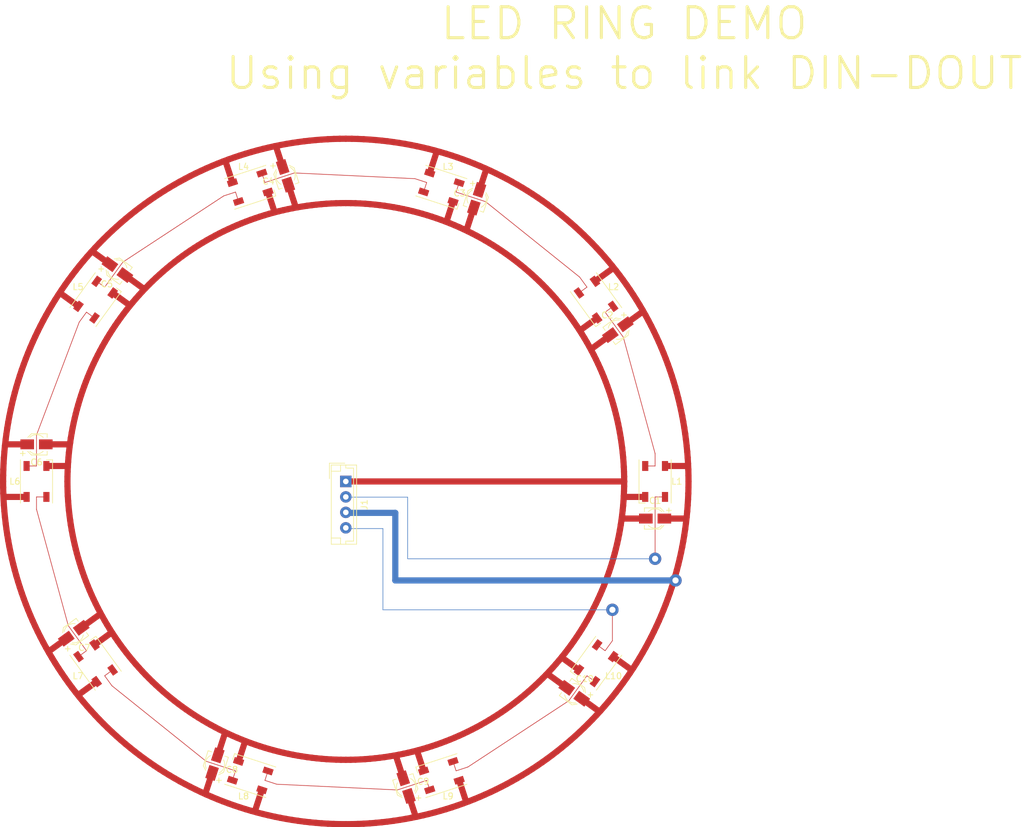
<source format=kicad_pcb>
(
kicad_pcb (version 4) (host pcbnew 4.0.4-stable)

  (general
    (links 0)
    (no_connects 0)
    (area 0 0 0 0)
    (thickness 1.6)
    (drawings 0)
    (tracks 0)
    (zones 0)
    (modules 1)
    (nets 1)
  )

  (page A4)
  (layers
    (0 F.Cu signal)
    (31 B.Cu signal)
    (32 B.Adhes user)
    (33 F.Adhes user)
    (34 B.Paste user)
    (35 F.Paste user)
    (36 B.SilkS user)
    (37 F.SilkS user)
    (38 B.Mask user)
    (39 F.Mask user)
    (40 Dwgs.User user)
    (41 Cmts.User user)
    (42 Eco1.User user)
    (43 Eco2.User user)
    (44 Edge.Cuts user)
    (45 Margin user)
    (46 B.CrtYd user)
    (47 F.CrtYd user)
    (48 B.Fab user)
    (49 F.Fab user)
  )

  (setup
    (last_trace_width 0.25)
    (trace_clearance 0.2)
    (zone_clearance 0.508)
    (zone_45_only no)
    (trace_min 0.2)
    (segment_width 0.2)
    (edge_width 0.15)
    (via_size 0.6)
    (via_drill 0.4)
    (via_min_size 0.4)
    (via_min_drill 0.3)
    (uvia_size 0.3)
    (uvia_drill 0.1)
    (uvias_allowed no)
    (uvia_min_size 0.2)
    (uvia_min_drill 0.1)
    (pcb_text_width 0.3)
    (pcb_text_size 1.5 1.5)
    (mod_edge_width 0.15)
    (mod_text_size 1 1)
    (mod_text_width 0.15)
    (pad_size 1.524 1.524)
    (pad_drill 0.762)
    (pad_to_mask_clearance 0.2)
    (aux_axis_origin 0 0)
    (visible_elements FFFFFF7F)
    (pcbplotparams
      (layerselection 0x00030_80000001)
      (usegerberextensions false)
      (excludeedgelayer true)
      (linewidth 0.100000)
      (plotframeref false)
      (viasonmask false)
      (mode 1)
      (useauxorigin false)
      (hpglpennumber 1)
      (hpglpenspeed 20)
      (hpglpendiameter 15)
      (hpglpenoverlay 2)
      (psnegative false)
      (psa4output false)
      (plotreference true)
      (plotvalue true)
      (plotinvisibletext false)
      (padsonsilk false)
      (subtractmaskfromsilk false)
      (outputformat 1)
      (mirror false)
      (drillshape 1)
      (scaleselection 1)
      (outputdirectory ""))
  )

  (net 0 "")

  (net_class Default "This is the default net class."
    (clearance 0.25)
    (trace_width 0.25)
    (via_dia 0.6)
    (via_drill 0.4)
    (uvia_dia 0.3)
    (uvia_drill 0.1)
  )



 (gr_text "LED RING DEMO\nUsing variables to link DIN-DOUT" (at 165.0000 20.0000 0.0000) (layer F.SilkS)
    (effects (font (size 5.0000 5.0000) (thickness 0.5000))  )
  )

    (module LEDs:LED_WS2812B-PLCC4 (layer F.Cu) (tedit 587A6D9E) (tstamp 589982C0)
    (at 170.0000 90.0000 -90.0000)
    (descr http://www.world-semi.com/uploads/soft/150522/1-150522091P5.pdf)
    (tags "LED NeoPixel")
    (attr smd)
    (fp_text reference L1 (at 0 -3.5) (layer F.SilkS)
      (effects (font (size 1 1) (thickness 0.15)))
    )
    (fp_text value WS2812B (at 0 4) (layer F.Fab)
      (effects (font (size 1 1) (thickness 0.15)))
    )
    (fp_line (start 3.75 -2.85) (end -3.75 -2.85) (layer F.CrtYd) (width 0.05))
    (fp_line (start 3.75 2.85) (end 3.75 -2.85) (layer F.CrtYd) (width 0.05))
    (fp_line (start -3.75 2.85) (end 3.75 2.85) (layer F.CrtYd) (width 0.05))
    (fp_line (start -3.75 -2.85) (end -3.75 2.85) (layer F.CrtYd) (width 0.05))
    (fp_line (start 2.5 1.5) (end 1.5 2.5) (layer F.Fab) (width 0.1))
    (fp_line (start -2.5 -2.5) (end -2.5 2.5) (layer F.Fab) (width 0.1))
    (fp_line (start -2.5 2.5) (end 2.5 2.5) (layer F.Fab) (width 0.1))
    (fp_line (start 2.5 2.5) (end 2.5 -2.5) (layer F.Fab) (width 0.1))
    (fp_line (start 2.5 -2.5) (end -2.5 -2.5) (layer F.Fab) (width 0.1))
    (fp_line (start -3.5 -2.6) (end 3.5 -2.6) (layer F.SilkS) (width 0.12))
    (fp_line (start -3.5 2.6) (end 3.5 2.6) (layer F.SilkS) (width 0.12))
    (fp_line (start 3.5 2.6) (end 3.5 1.6) (layer F.SilkS) (width 0.12))
    (fp_circle (center 0 0) (end 0 -2) (layer F.Fab) (width 0.1))
    (pad 3 smd rect (at 2.5 1.6 -90.0000) (size 1.6 1) (layers F.Cu F.Paste F.Mask))
    (pad 4 smd rect (at 2.5 -1.6 -90.0000) (size 1.6 1) (layers F.Cu F.Paste F.Mask))
    (pad 2 smd rect (at -2.5 1.6 -90.0000) (size 1.6 1) (layers F.Cu F.Paste F.Mask))
    (pad 1 smd rect (at -2.5 -1.6 -90.0000) (size 1.6 1) (layers F.Cu F.Paste F.Mask))
    (model LEDs.3dshapes/LED_WS2812B-PLCC4.wrl
      (at (xyz 0 0 0))
      (scale (xyz 0.39 0.39 0.39))
      (rotate (xyz 0 0 180))
    )
  )
 (module Capacitors_SMD:CP_Elec_3x5.3 (layer F.Cu) (tedit 57FA3E93) (tstamp 5899EACD)
    (at 170.0000 96.0000 -180.0000)
    (descr "SMT capacitor, aluminium electrolytic, 3x5.3")
    (attr smd)
    (fp_text reference C1 (at 0 2.8956 180) (layer F.SilkS)
      (effects (font (size 1 1) (thickness 0.15)))
    )
    (fp_text value 104nF (at -0.0254 -2.8956 180) (layer F.Fab)
      (effects (font (size 1 1) (thickness 0.15)))
    )
    (fp_line (start -1.5621 -0.7493) (end -1.5621 0.7747) (layer F.Fab) (width 0.1))
    (fp_line (start -0.7493 -1.5621) (end -1.5621 -0.7493) (layer F.Fab) (width 0.1))
    (fp_line (start -0.762 1.5748) (end -1.5621 0.7747) (layer F.Fab) (width 0.1))
    (fp_line (start 1.5748 1.5748) (end 1.5748 -1.5621) (layer F.Fab) (width 0.1))
    (fp_line (start 1.5621 1.5748) (end -0.762 1.5748) (layer F.Fab) (width 0.1))
    (fp_line (start 1.5748 -1.5621) (end -0.7493 -1.5621) (layer F.Fab) (width 0.1))
    (fp_line (start -0.8255 1.7272) (end -1.4351 1.1176) (layer F.SilkS) (width 0.12))
    (fp_line (start 1.7272 1.7272) (end 1.7272 1.1176) (layer F.SilkS) (width 0.12))
    (fp_line (start -0.8128 -1.7145) (end -1.4097 -1.1176) (layer F.SilkS) (width 0.12))
    (fp_line (start 1.7272 -1.7145) (end 1.7272 -1.1176) (layer F.SilkS) (width 0.12))
    (fp_text user + (at -0.9398 -0.0762 180) (layer F.Fab)
      (effects (font (size 1 1) (thickness 0.15)))
    )
    (fp_text user + (at -2.2225 1.397 180) (layer F.SilkS)
      (effects (font (size 1 1) (thickness 0.15)))
    )
    (fp_arc (start 0 0) (end -1.0922 -1.1176) (angle 88.7) (layer F.SilkS) (width 0.12))
    (fp_arc (start 0 0) (end 1.0922 1.1176) (angle 88.7) (layer F.SilkS) (width 0.12))
    (fp_line (start -2.8 2.05) (end 2.8 2.05) (layer F.CrtYd) (width 0.05))
    (fp_line (start 2.8 2.05) (end 2.8 -2.05) (layer F.CrtYd) (width 0.05))
    (fp_line (start 2.8 -2.05) (end -2.8 -2.05) (layer F.CrtYd) (width 0.05))
    (fp_line (start -2.8 -2.05) (end -2.8 2.05) (layer F.CrtYd) (width 0.05))
    (fp_line (start -0.8255 1.7272) (end 1.7145 1.7272) (layer F.SilkS) (width 0.12))
    (fp_line (start 1.7272 -1.7145) (end -0.8128 -1.7145) (layer F.SilkS) (width 0.12))
    (pad 2 smd rect (at 1.5 0 -180.0000) (size 2.2 1.6) (layers F.Cu F.Paste F.Mask))
    (pad 1 smd rect (at -1.5 0 -180.0000) (size 2.2 1.6) (layers F.Cu F.Paste F.Mask))
    (model Capacitors_SMD.3dshapes/CP_Elec_3x5.3.wrl
      (at (xyz 0 0 0))
      (scale (xyz 1 1 1))
      (rotate (xyz 0 0 180))
    )
  )
(segment (start 168.0000 87.5000) (end 170.0000 87.5000) (width 0.1000) (layer F.Cu) (net 0))
(segment (start 170.0000 87.5000) (end 170.0000 85.5000) (width 0.1000) (layer F.Cu) (net 0))
(segment (start 172.0000 92.5000) (end 170.0000 92.5000) (width 0.1000) (layer F.Cu) (net 0))
(segment (start 170.0000 92.5000) (end 170.0000 97.5000) (width 0.1000) (layer F.Cu) (net 0))
(segment (start 172.0000 87.5000) (end 175.0000 87.5000) (width 1.0000) (layer F.Cu) (net 0))
(segment (start 168.0000 92.5000) (end 165.0000 92.5000) (width 1.0000) (layer F.Cu) (net 0))
(segment (start 172.0000 96.0000) (end 175.0000 96.0000) (width 1.0000) (layer F.Cu) (net 0))
(segment (start 168.0000 96.0000) (end 165.0000 96.0000) (width 1.0000) (layer F.Cu) (net 0))
    (module LEDs:LED_WS2812B-PLCC4 (layer F.Cu) (tedit 587A6D9E) (tstamp 589982C0)
    (at 160.4508 60.6107 -54.0000)
    (descr http://www.world-semi.com/uploads/soft/150522/1-150522091P5.pdf)
    (tags "LED NeoPixel")
    (attr smd)
    (fp_text reference L2 (at 0 -3.5) (layer F.SilkS)
      (effects (font (size 1 1) (thickness 0.15)))
    )
    (fp_text value WS2812B (at 0 4) (layer F.Fab)
      (effects (font (size 1 1) (thickness 0.15)))
    )
    (fp_line (start 3.75 -2.85) (end -3.75 -2.85) (layer F.CrtYd) (width 0.05))
    (fp_line (start 3.75 2.85) (end 3.75 -2.85) (layer F.CrtYd) (width 0.05))
    (fp_line (start -3.75 2.85) (end 3.75 2.85) (layer F.CrtYd) (width 0.05))
    (fp_line (start -3.75 -2.85) (end -3.75 2.85) (layer F.CrtYd) (width 0.05))
    (fp_line (start 2.5 1.5) (end 1.5 2.5) (layer F.Fab) (width 0.1))
    (fp_line (start -2.5 -2.5) (end -2.5 2.5) (layer F.Fab) (width 0.1))
    (fp_line (start -2.5 2.5) (end 2.5 2.5) (layer F.Fab) (width 0.1))
    (fp_line (start 2.5 2.5) (end 2.5 -2.5) (layer F.Fab) (width 0.1))
    (fp_line (start 2.5 -2.5) (end -2.5 -2.5) (layer F.Fab) (width 0.1))
    (fp_line (start -3.5 -2.6) (end 3.5 -2.6) (layer F.SilkS) (width 0.12))
    (fp_line (start -3.5 2.6) (end 3.5 2.6) (layer F.SilkS) (width 0.12))
    (fp_line (start 3.5 2.6) (end 3.5 1.6) (layer F.SilkS) (width 0.12))
    (fp_circle (center 0 0) (end 0 -2) (layer F.Fab) (width 0.1))
    (pad 3 smd rect (at 2.5 1.6 -54.0000) (size 1.6 1) (layers F.Cu F.Paste F.Mask))
    (pad 4 smd rect (at 2.5 -1.6 -54.0000) (size 1.6 1) (layers F.Cu F.Paste F.Mask))
    (pad 2 smd rect (at -2.5 1.6 -54.0000) (size 1.6 1) (layers F.Cu F.Paste F.Mask))
    (pad 1 smd rect (at -2.5 -1.6 -54.0000) (size 1.6 1) (layers F.Cu F.Paste F.Mask))
    (model LEDs.3dshapes/LED_WS2812B-PLCC4.wrl
      (at (xyz 0 0 0))
      (scale (xyz 0.39 0.39 0.39))
      (rotate (xyz 0 0 180))
    )
  )
 (module Capacitors_SMD:CP_Elec_3x5.3 (layer F.Cu) (tedit 57FA3E93) (tstamp 5899EACD)
    (at 163.9776 65.4648 -144.0000)
    (descr "SMT capacitor, aluminium electrolytic, 3x5.3")
    (attr smd)
    (fp_text reference C2 (at 0 2.8956 180) (layer F.SilkS)
      (effects (font (size 1 1) (thickness 0.15)))
    )
    (fp_text value 104nF (at -0.0254 -2.8956 180) (layer F.Fab)
      (effects (font (size 1 1) (thickness 0.15)))
    )
    (fp_line (start -1.5621 -0.7493) (end -1.5621 0.7747) (layer F.Fab) (width 0.1))
    (fp_line (start -0.7493 -1.5621) (end -1.5621 -0.7493) (layer F.Fab) (width 0.1))
    (fp_line (start -0.762 1.5748) (end -1.5621 0.7747) (layer F.Fab) (width 0.1))
    (fp_line (start 1.5748 1.5748) (end 1.5748 -1.5621) (layer F.Fab) (width 0.1))
    (fp_line (start 1.5621 1.5748) (end -0.762 1.5748) (layer F.Fab) (width 0.1))
    (fp_line (start 1.5748 -1.5621) (end -0.7493 -1.5621) (layer F.Fab) (width 0.1))
    (fp_line (start -0.8255 1.7272) (end -1.4351 1.1176) (layer F.SilkS) (width 0.12))
    (fp_line (start 1.7272 1.7272) (end 1.7272 1.1176) (layer F.SilkS) (width 0.12))
    (fp_line (start -0.8128 -1.7145) (end -1.4097 -1.1176) (layer F.SilkS) (width 0.12))
    (fp_line (start 1.7272 -1.7145) (end 1.7272 -1.1176) (layer F.SilkS) (width 0.12))
    (fp_text user + (at -0.9398 -0.0762 180) (layer F.Fab)
      (effects (font (size 1 1) (thickness 0.15)))
    )
    (fp_text user + (at -2.2225 1.397 180) (layer F.SilkS)
      (effects (font (size 1 1) (thickness 0.15)))
    )
    (fp_arc (start 0 0) (end -1.0922 -1.1176) (angle 88.7) (layer F.SilkS) (width 0.12))
    (fp_arc (start 0 0) (end 1.0922 1.1176) (angle 88.7) (layer F.SilkS) (width 0.12))
    (fp_line (start -2.8 2.05) (end 2.8 2.05) (layer F.CrtYd) (width 0.05))
    (fp_line (start 2.8 2.05) (end 2.8 -2.05) (layer F.CrtYd) (width 0.05))
    (fp_line (start 2.8 -2.05) (end -2.8 -2.05) (layer F.CrtYd) (width 0.05))
    (fp_line (start -2.8 -2.05) (end -2.8 2.05) (layer F.CrtYd) (width 0.05))
    (fp_line (start -0.8255 1.7272) (end 1.7145 1.7272) (layer F.SilkS) (width 0.12))
    (fp_line (start 1.7272 -1.7145) (end -0.8128 -1.7145) (layer F.SilkS) (width 0.12))
    (pad 2 smd rect (at 1.5 0 -144.0000) (size 2.2 1.6) (layers F.Cu F.Paste F.Mask))
    (pad 1 smd rect (at -1.5 0 -144.0000) (size 2.2 1.6) (layers F.Cu F.Paste F.Mask))
    (model Capacitors_SMD.3dshapes/CP_Elec_3x5.3.wrl
      (at (xyz 0 0 0))
      (scale (xyz 1 1 1))
      (rotate (xyz 0 0 180))
    )
  )
(segment (start 157.3634 59.7638) (end 158.9814 58.5882) (width 0.1000) (layer F.Cu) (net 0))
(segment (start 158.9814 58.5882) (end 157.8058 56.9702) (width 0.1000) (layer F.Cu) (net 0))
(segment (start 163.5383 61.4577) (end 161.9203 62.6333) (width 0.1000) (layer F.Cu) (net 0))
(segment (start 161.9203 62.6333) (end 164.8592 66.6784) (width 0.1000) (layer F.Cu) (net 0))
(segment (start 170.0000 85.5000) (end 164.8592 66.6784) (width 0.1000) (layer F.Cu) (net 0))
(segment (start 160.5994 57.4126) (end 163.0265 55.6493) (width 1.0000) (layer F.Cu) (net 0))
(segment (start 160.3023 63.8089) (end 157.8752 65.5722) (width 1.0000) (layer F.Cu) (net 0))
(segment (start 165.5956 64.2893) (end 168.0226 62.5259) (width 1.0000) (layer F.Cu) (net 0))
(segment (start 162.3595 66.6404) (end 159.9325 68.4038) (width 1.0000) (layer F.Cu) (net 0))
    (module LEDs:LED_WS2812B-PLCC4 (layer F.Cu) (tedit 587A6D9E) (tstamp 589982C0)
    (at 135.4508 42.4472 -18.0000)
    (descr http://www.world-semi.com/uploads/soft/150522/1-150522091P5.pdf)
    (tags "LED NeoPixel")
    (attr smd)
    (fp_text reference L3 (at 0 -3.5) (layer F.SilkS)
      (effects (font (size 1 1) (thickness 0.15)))
    )
    (fp_text value WS2812B (at 0 4) (layer F.Fab)
      (effects (font (size 1 1) (thickness 0.15)))
    )
    (fp_line (start 3.75 -2.85) (end -3.75 -2.85) (layer F.CrtYd) (width 0.05))
    (fp_line (start 3.75 2.85) (end 3.75 -2.85) (layer F.CrtYd) (width 0.05))
    (fp_line (start -3.75 2.85) (end 3.75 2.85) (layer F.CrtYd) (width 0.05))
    (fp_line (start -3.75 -2.85) (end -3.75 2.85) (layer F.CrtYd) (width 0.05))
    (fp_line (start 2.5 1.5) (end 1.5 2.5) (layer F.Fab) (width 0.1))
    (fp_line (start -2.5 -2.5) (end -2.5 2.5) (layer F.Fab) (width 0.1))
    (fp_line (start -2.5 2.5) (end 2.5 2.5) (layer F.Fab) (width 0.1))
    (fp_line (start 2.5 2.5) (end 2.5 -2.5) (layer F.Fab) (width 0.1))
    (fp_line (start 2.5 -2.5) (end -2.5 -2.5) (layer F.Fab) (width 0.1))
    (fp_line (start -3.5 -2.6) (end 3.5 -2.6) (layer F.SilkS) (width 0.12))
    (fp_line (start -3.5 2.6) (end 3.5 2.6) (layer F.SilkS) (width 0.12))
    (fp_line (start 3.5 2.6) (end 3.5 1.6) (layer F.SilkS) (width 0.12))
    (fp_circle (center 0 0) (end 0 -2) (layer F.Fab) (width 0.1))
    (pad 3 smd rect (at 2.5 1.6 -18.0000) (size 1.6 1) (layers F.Cu F.Paste F.Mask))
    (pad 4 smd rect (at 2.5 -1.6 -18.0000) (size 1.6 1) (layers F.Cu F.Paste F.Mask))
    (pad 2 smd rect (at -2.5 1.6 -18.0000) (size 1.6 1) (layers F.Cu F.Paste F.Mask))
    (pad 1 smd rect (at -2.5 -1.6 -18.0000) (size 1.6 1) (layers F.Cu F.Paste F.Mask))
    (model LEDs.3dshapes/LED_WS2812B-PLCC4.wrl
      (at (xyz 0 0 0))
      (scale (xyz 0.39 0.39 0.39))
      (rotate (xyz 0 0 180))
    )
  )
 (module Capacitors_SMD:CP_Elec_3x5.3 (layer F.Cu) (tedit 57FA3E93) (tstamp 5899EACD)
    (at 141.1572 44.3013 -108.0000)
    (descr "SMT capacitor, aluminium electrolytic, 3x5.3")
    (attr smd)
    (fp_text reference C3 (at 0 2.8956 180) (layer F.SilkS)
      (effects (font (size 1 1) (thickness 0.15)))
    )
    (fp_text value 104nF (at -0.0254 -2.8956 180) (layer F.Fab)
      (effects (font (size 1 1) (thickness 0.15)))
    )
    (fp_line (start -1.5621 -0.7493) (end -1.5621 0.7747) (layer F.Fab) (width 0.1))
    (fp_line (start -0.7493 -1.5621) (end -1.5621 -0.7493) (layer F.Fab) (width 0.1))
    (fp_line (start -0.762 1.5748) (end -1.5621 0.7747) (layer F.Fab) (width 0.1))
    (fp_line (start 1.5748 1.5748) (end 1.5748 -1.5621) (layer F.Fab) (width 0.1))
    (fp_line (start 1.5621 1.5748) (end -0.762 1.5748) (layer F.Fab) (width 0.1))
    (fp_line (start 1.5748 -1.5621) (end -0.7493 -1.5621) (layer F.Fab) (width 0.1))
    (fp_line (start -0.8255 1.7272) (end -1.4351 1.1176) (layer F.SilkS) (width 0.12))
    (fp_line (start 1.7272 1.7272) (end 1.7272 1.1176) (layer F.SilkS) (width 0.12))
    (fp_line (start -0.8128 -1.7145) (end -1.4097 -1.1176) (layer F.SilkS) (width 0.12))
    (fp_line (start 1.7272 -1.7145) (end 1.7272 -1.1176) (layer F.SilkS) (width 0.12))
    (fp_text user + (at -0.9398 -0.0762 180) (layer F.Fab)
      (effects (font (size 1 1) (thickness 0.15)))
    )
    (fp_text user + (at -2.2225 1.397 180) (layer F.SilkS)
      (effects (font (size 1 1) (thickness 0.15)))
    )
    (fp_arc (start 0 0) (end -1.0922 -1.1176) (angle 88.7) (layer F.SilkS) (width 0.12))
    (fp_arc (start 0 0) (end 1.0922 1.1176) (angle 88.7) (layer F.SilkS) (width 0.12))
    (fp_line (start -2.8 2.05) (end 2.8 2.05) (layer F.CrtYd) (width 0.05))
    (fp_line (start 2.8 2.05) (end 2.8 -2.05) (layer F.CrtYd) (width 0.05))
    (fp_line (start 2.8 -2.05) (end -2.8 -2.05) (layer F.CrtYd) (width 0.05))
    (fp_line (start -2.8 -2.05) (end -2.8 2.05) (layer F.CrtYd) (width 0.05))
    (fp_line (start -0.8255 1.7272) (end 1.7145 1.7272) (layer F.SilkS) (width 0.12))
    (fp_line (start 1.7272 -1.7145) (end -0.8128 -1.7145) (layer F.SilkS) (width 0.12))
    (pad 2 smd rect (at 1.5 0 -108.0000) (size 2.2 1.6) (layers F.Cu F.Paste F.Mask))
    (pad 1 smd rect (at -1.5 0 -108.0000) (size 2.2 1.6) (layers F.Cu F.Paste F.Mask))
    (model Capacitors_SMD.3dshapes/CP_Elec_3x5.3.wrl
      (at (xyz 0 0 0))
      (scale (xyz 1 1 1))
      (rotate (xyz 0 0 180))
    )
  )
(segment (start 132.4552 43.5767) (end 133.0732 41.6746) (width 0.1000) (layer F.Cu) (net 0))
(segment (start 133.0732 41.6746) (end 131.1711 41.0566) (width 0.1000) (layer F.Cu) (net 0))
(segment (start 138.4465 41.3176) (end 137.8285 43.2197) (width 0.1000) (layer F.Cu) (net 0))
(segment (start 137.8285 43.2197) (end 142.5838 44.7648) (width 0.1000) (layer F.Cu) (net 0))
(segment (start 157.8058 56.9702) (end 142.5838 44.7648) (width 0.1000) (layer F.Cu) (net 0))
(segment (start 133.6912 39.7725) (end 134.6183 36.9193) (width 1.0000) (layer F.Cu) (net 0))
(segment (start 137.2105 45.1218) (end 136.2834 47.9750) (width 1.0000) (layer F.Cu) (net 0))
(segment (start 141.7752 42.3992) (end 142.7023 39.5460) (width 1.0000) (layer F.Cu) (net 0))
(segment (start 140.5392 46.2034) (end 139.6121 49.0566) (width 1.0000) (layer F.Cu) (net 0))
    (module LEDs:LED_WS2812B-PLCC4 (layer F.Cu) (tedit 587A6D9E) (tstamp 589982C0)
    (at 104.5492 42.4472 18.0000)
    (descr http://www.world-semi.com/uploads/soft/150522/1-150522091P5.pdf)
    (tags "LED NeoPixel")
    (attr smd)
    (fp_text reference L4 (at 0 -3.5) (layer F.SilkS)
      (effects (font (size 1 1) (thickness 0.15)))
    )
    (fp_text value WS2812B (at 0 4) (layer F.Fab)
      (effects (font (size 1 1) (thickness 0.15)))
    )
    (fp_line (start 3.75 -2.85) (end -3.75 -2.85) (layer F.CrtYd) (width 0.05))
    (fp_line (start 3.75 2.85) (end 3.75 -2.85) (layer F.CrtYd) (width 0.05))
    (fp_line (start -3.75 2.85) (end 3.75 2.85) (layer F.CrtYd) (width 0.05))
    (fp_line (start -3.75 -2.85) (end -3.75 2.85) (layer F.CrtYd) (width 0.05))
    (fp_line (start 2.5 1.5) (end 1.5 2.5) (layer F.Fab) (width 0.1))
    (fp_line (start -2.5 -2.5) (end -2.5 2.5) (layer F.Fab) (width 0.1))
    (fp_line (start -2.5 2.5) (end 2.5 2.5) (layer F.Fab) (width 0.1))
    (fp_line (start 2.5 2.5) (end 2.5 -2.5) (layer F.Fab) (width 0.1))
    (fp_line (start 2.5 -2.5) (end -2.5 -2.5) (layer F.Fab) (width 0.1))
    (fp_line (start -3.5 -2.6) (end 3.5 -2.6) (layer F.SilkS) (width 0.12))
    (fp_line (start -3.5 2.6) (end 3.5 2.6) (layer F.SilkS) (width 0.12))
    (fp_line (start 3.5 2.6) (end 3.5 1.6) (layer F.SilkS) (width 0.12))
    (fp_circle (center 0 0) (end 0 -2) (layer F.Fab) (width 0.1))
    (pad 3 smd rect (at 2.5 1.6 18.0000) (size 1.6 1) (layers F.Cu F.Paste F.Mask))
    (pad 4 smd rect (at 2.5 -1.6 18.0000) (size 1.6 1) (layers F.Cu F.Paste F.Mask))
    (pad 2 smd rect (at -2.5 1.6 18.0000) (size 1.6 1) (layers F.Cu F.Paste F.Mask))
    (pad 1 smd rect (at -2.5 -1.6 18.0000) (size 1.6 1) (layers F.Cu F.Paste F.Mask))
    (model LEDs.3dshapes/LED_WS2812B-PLCC4.wrl
      (at (xyz 0 0 0))
      (scale (xyz 0.39 0.39 0.39))
      (rotate (xyz 0 0 180))
    )
  )
 (module Capacitors_SMD:CP_Elec_3x5.3 (layer F.Cu) (tedit 57FA3E93) (tstamp 5899EACD)
    (at 110.2555 40.5931 -72.0000)
    (descr "SMT capacitor, aluminium electrolytic, 3x5.3")
    (attr smd)
    (fp_text reference C4 (at 0 2.8956 180) (layer F.SilkS)
      (effects (font (size 1 1) (thickness 0.15)))
    )
    (fp_text value 104nF (at -0.0254 -2.8956 180) (layer F.Fab)
      (effects (font (size 1 1) (thickness 0.15)))
    )
    (fp_line (start -1.5621 -0.7493) (end -1.5621 0.7747) (layer F.Fab) (width 0.1))
    (fp_line (start -0.7493 -1.5621) (end -1.5621 -0.7493) (layer F.Fab) (width 0.1))
    (fp_line (start -0.762 1.5748) (end -1.5621 0.7747) (layer F.Fab) (width 0.1))
    (fp_line (start 1.5748 1.5748) (end 1.5748 -1.5621) (layer F.Fab) (width 0.1))
    (fp_line (start 1.5621 1.5748) (end -0.762 1.5748) (layer F.Fab) (width 0.1))
    (fp_line (start 1.5748 -1.5621) (end -0.7493 -1.5621) (layer F.Fab) (width 0.1))
    (fp_line (start -0.8255 1.7272) (end -1.4351 1.1176) (layer F.SilkS) (width 0.12))
    (fp_line (start 1.7272 1.7272) (end 1.7272 1.1176) (layer F.SilkS) (width 0.12))
    (fp_line (start -0.8128 -1.7145) (end -1.4097 -1.1176) (layer F.SilkS) (width 0.12))
    (fp_line (start 1.7272 -1.7145) (end 1.7272 -1.1176) (layer F.SilkS) (width 0.12))
    (fp_text user + (at -0.9398 -0.0762 180) (layer F.Fab)
      (effects (font (size 1 1) (thickness 0.15)))
    )
    (fp_text user + (at -2.2225 1.397 180) (layer F.SilkS)
      (effects (font (size 1 1) (thickness 0.15)))
    )
    (fp_arc (start 0 0) (end -1.0922 -1.1176) (angle 88.7) (layer F.SilkS) (width 0.12))
    (fp_arc (start 0 0) (end 1.0922 1.1176) (angle 88.7) (layer F.SilkS) (width 0.12))
    (fp_line (start -2.8 2.05) (end 2.8 2.05) (layer F.CrtYd) (width 0.05))
    (fp_line (start 2.8 2.05) (end 2.8 -2.05) (layer F.CrtYd) (width 0.05))
    (fp_line (start 2.8 -2.05) (end -2.8 -2.05) (layer F.CrtYd) (width 0.05))
    (fp_line (start -2.8 -2.05) (end -2.8 2.05) (layer F.CrtYd) (width 0.05))
    (fp_line (start -0.8255 1.7272) (end 1.7145 1.7272) (layer F.SilkS) (width 0.12))
    (fp_line (start 1.7272 -1.7145) (end -0.8128 -1.7145) (layer F.SilkS) (width 0.12))
    (pad 2 smd rect (at 1.5 0 -72.0000) (size 2.2 1.6) (layers F.Cu F.Paste F.Mask))
    (pad 1 smd rect (at -1.5 0 -72.0000) (size 2.2 1.6) (layers F.Cu F.Paste F.Mask))
    (model Capacitors_SMD.3dshapes/CP_Elec_3x5.3.wrl
      (at (xyz 0 0 0))
      (scale (xyz 1 1 1))
      (rotate (xyz 0 0 180))
    )
  )
(segment (start 102.7895 45.1218) (end 102.1715 43.2197) (width 0.1000) (layer F.Cu) (net 0))
(segment (start 102.1715 43.2197) (end 100.2694 43.8378) (width 0.1000) (layer F.Cu) (net 0))
(segment (start 106.3088 39.7725) (end 106.9268 41.6746) (width 0.1000) (layer F.Cu) (net 0))
(segment (start 106.9268 41.6746) (end 111.6821 40.1295) (width 0.1000) (layer F.Cu) (net 0))
(segment (start 131.1711 41.0566) (end 111.6821 40.1295) (width 0.1000) (layer F.Cu) (net 0))
(segment (start 101.5535 41.3176) (end 100.6264 38.4644) (width 1.0000) (layer F.Cu) (net 0))
(segment (start 107.5448 43.5767) (end 108.4719 46.4299) (width 1.0000) (layer F.Cu) (net 0))
(segment (start 109.6375 38.6910) (end 108.7104 35.8378) (width 1.0000) (layer F.Cu) (net 0))
(segment (start 110.8735 42.4952) (end 111.8006 45.3484) (width 1.0000) (layer F.Cu) (net 0))
    (module LEDs:LED_WS2812B-PLCC4 (layer F.Cu) (tedit 587A6D9E) (tstamp 589982C0)
    (at 79.5492 60.6107 54.0000)
    (descr http://www.world-semi.com/uploads/soft/150522/1-150522091P5.pdf)
    (tags "LED NeoPixel")
    (attr smd)
    (fp_text reference L5 (at 0 -3.5) (layer F.SilkS)
      (effects (font (size 1 1) (thickness 0.15)))
    )
    (fp_text value WS2812B (at 0 4) (layer F.Fab)
      (effects (font (size 1 1) (thickness 0.15)))
    )
    (fp_line (start 3.75 -2.85) (end -3.75 -2.85) (layer F.CrtYd) (width 0.05))
    (fp_line (start 3.75 2.85) (end 3.75 -2.85) (layer F.CrtYd) (width 0.05))
    (fp_line (start -3.75 2.85) (end 3.75 2.85) (layer F.CrtYd) (width 0.05))
    (fp_line (start -3.75 -2.85) (end -3.75 2.85) (layer F.CrtYd) (width 0.05))
    (fp_line (start 2.5 1.5) (end 1.5 2.5) (layer F.Fab) (width 0.1))
    (fp_line (start -2.5 -2.5) (end -2.5 2.5) (layer F.Fab) (width 0.1))
    (fp_line (start -2.5 2.5) (end 2.5 2.5) (layer F.Fab) (width 0.1))
    (fp_line (start 2.5 2.5) (end 2.5 -2.5) (layer F.Fab) (width 0.1))
    (fp_line (start 2.5 -2.5) (end -2.5 -2.5) (layer F.Fab) (width 0.1))
    (fp_line (start -3.5 -2.6) (end 3.5 -2.6) (layer F.SilkS) (width 0.12))
    (fp_line (start -3.5 2.6) (end 3.5 2.6) (layer F.SilkS) (width 0.12))
    (fp_line (start 3.5 2.6) (end 3.5 1.6) (layer F.SilkS) (width 0.12))
    (fp_circle (center 0 0) (end 0 -2) (layer F.Fab) (width 0.1))
    (pad 3 smd rect (at 2.5 1.6 54.0000) (size 1.6 1) (layers F.Cu F.Paste F.Mask))
    (pad 4 smd rect (at 2.5 -1.6 54.0000) (size 1.6 1) (layers F.Cu F.Paste F.Mask))
    (pad 2 smd rect (at -2.5 1.6 54.0000) (size 1.6 1) (layers F.Cu F.Paste F.Mask))
    (pad 1 smd rect (at -2.5 -1.6 54.0000) (size 1.6 1) (layers F.Cu F.Paste F.Mask))
    (model LEDs.3dshapes/LED_WS2812B-PLCC4.wrl
      (at (xyz 0 0 0))
      (scale (xyz 0.39 0.39 0.39))
      (rotate (xyz 0 0 180))
    )
  )
 (module Capacitors_SMD:CP_Elec_3x5.3 (layer F.Cu) (tedit 57FA3E93) (tstamp 5899EACD)
    (at 83.0759 55.7566 -36.0000)
    (descr "SMT capacitor, aluminium electrolytic, 3x5.3")
    (attr smd)
    (fp_text reference C5 (at 0 2.8956 180) (layer F.SilkS)
      (effects (font (size 1 1) (thickness 0.15)))
    )
    (fp_text value 104nF (at -0.0254 -2.8956 180) (layer F.Fab)
      (effects (font (size 1 1) (thickness 0.15)))
    )
    (fp_line (start -1.5621 -0.7493) (end -1.5621 0.7747) (layer F.Fab) (width 0.1))
    (fp_line (start -0.7493 -1.5621) (end -1.5621 -0.7493) (layer F.Fab) (width 0.1))
    (fp_line (start -0.762 1.5748) (end -1.5621 0.7747) (layer F.Fab) (width 0.1))
    (fp_line (start 1.5748 1.5748) (end 1.5748 -1.5621) (layer F.Fab) (width 0.1))
    (fp_line (start 1.5621 1.5748) (end -0.762 1.5748) (layer F.Fab) (width 0.1))
    (fp_line (start 1.5748 -1.5621) (end -0.7493 -1.5621) (layer F.Fab) (width 0.1))
    (fp_line (start -0.8255 1.7272) (end -1.4351 1.1176) (layer F.SilkS) (width 0.12))
    (fp_line (start 1.7272 1.7272) (end 1.7272 1.1176) (layer F.SilkS) (width 0.12))
    (fp_line (start -0.8128 -1.7145) (end -1.4097 -1.1176) (layer F.SilkS) (width 0.12))
    (fp_line (start 1.7272 -1.7145) (end 1.7272 -1.1176) (layer F.SilkS) (width 0.12))
    (fp_text user + (at -0.9398 -0.0762 180) (layer F.Fab)
      (effects (font (size 1 1) (thickness 0.15)))
    )
    (fp_text user + (at -2.2225 1.397 180) (layer F.SilkS)
      (effects (font (size 1 1) (thickness 0.15)))
    )
    (fp_arc (start 0 0) (end -1.0922 -1.1176) (angle 88.7) (layer F.SilkS) (width 0.12))
    (fp_arc (start 0 0) (end 1.0922 1.1176) (angle 88.7) (layer F.SilkS) (width 0.12))
    (fp_line (start -2.8 2.05) (end 2.8 2.05) (layer F.CrtYd) (width 0.05))
    (fp_line (start 2.8 2.05) (end 2.8 -2.05) (layer F.CrtYd) (width 0.05))
    (fp_line (start 2.8 -2.05) (end -2.8 -2.05) (layer F.CrtYd) (width 0.05))
    (fp_line (start -2.8 -2.05) (end -2.8 2.05) (layer F.CrtYd) (width 0.05))
    (fp_line (start -0.8255 1.7272) (end 1.7145 1.7272) (layer F.SilkS) (width 0.12))
    (fp_line (start 1.7272 -1.7145) (end -0.8128 -1.7145) (layer F.SilkS) (width 0.12))
    (pad 2 smd rect (at 1.5 0 -36.0000) (size 2.2 1.6) (layers F.Cu F.Paste F.Mask))
    (pad 1 smd rect (at -1.5 0 -36.0000) (size 2.2 1.6) (layers F.Cu F.Paste F.Mask))
    (model Capacitors_SMD.3dshapes/CP_Elec_3x5.3.wrl
      (at (xyz 0 0 0))
      (scale (xyz 1 1 1))
      (rotate (xyz 0 0 180))
    )
  )
(segment (start 79.6977 63.8089) (end 78.0797 62.6333) (width 0.1000) (layer F.Cu) (net 0))
(segment (start 78.0797 62.6333) (end 76.9041 64.2513) (width 0.1000) (layer F.Cu) (net 0))
(segment (start 79.4006 57.4126) (end 81.0186 58.5882) (width 0.1000) (layer F.Cu) (net 0))
(segment (start 81.0186 58.5882) (end 83.9575 54.5431) (width 0.1000) (layer F.Cu) (net 0))
(segment (start 100.2694 43.8378) (end 83.9575 54.5431) (width 0.1000) (layer F.Cu) (net 0))
(segment (start 76.4617 61.4577) (end 74.0346 59.6944) (width 1.0000) (layer F.Cu) (net 0))
(segment (start 82.6366 59.7638) (end 85.0637 61.5271) (width 1.0000) (layer F.Cu) (net 0))
(segment (start 81.4578 54.5811) (end 79.0308 52.8177) (width 1.0000) (layer F.Cu) (net 0))
(segment (start 84.6939 56.9322) (end 87.1209 58.6956) (width 1.0000) (layer F.Cu) (net 0))
    (module LEDs:LED_WS2812B-PLCC4 (layer F.Cu) (tedit 587A6D9E) (tstamp 589982C0)
    (at 70.0000 90.0000 90.0000)
    (descr http://www.world-semi.com/uploads/soft/150522/1-150522091P5.pdf)
    (tags "LED NeoPixel")
    (attr smd)
    (fp_text reference L6 (at 0 -3.5) (layer F.SilkS)
      (effects (font (size 1 1) (thickness 0.15)))
    )
    (fp_text value WS2812B (at 0 4) (layer F.Fab)
      (effects (font (size 1 1) (thickness 0.15)))
    )
    (fp_line (start 3.75 -2.85) (end -3.75 -2.85) (layer F.CrtYd) (width 0.05))
    (fp_line (start 3.75 2.85) (end 3.75 -2.85) (layer F.CrtYd) (width 0.05))
    (fp_line (start -3.75 2.85) (end 3.75 2.85) (layer F.CrtYd) (width 0.05))
    (fp_line (start -3.75 -2.85) (end -3.75 2.85) (layer F.CrtYd) (width 0.05))
    (fp_line (start 2.5 1.5) (end 1.5 2.5) (layer F.Fab) (width 0.1))
    (fp_line (start -2.5 -2.5) (end -2.5 2.5) (layer F.Fab) (width 0.1))
    (fp_line (start -2.5 2.5) (end 2.5 2.5) (layer F.Fab) (width 0.1))
    (fp_line (start 2.5 2.5) (end 2.5 -2.5) (layer F.Fab) (width 0.1))
    (fp_line (start 2.5 -2.5) (end -2.5 -2.5) (layer F.Fab) (width 0.1))
    (fp_line (start -3.5 -2.6) (end 3.5 -2.6) (layer F.SilkS) (width 0.12))
    (fp_line (start -3.5 2.6) (end 3.5 2.6) (layer F.SilkS) (width 0.12))
    (fp_line (start 3.5 2.6) (end 3.5 1.6) (layer F.SilkS) (width 0.12))
    (fp_circle (center 0 0) (end 0 -2) (layer F.Fab) (width 0.1))
    (pad 3 smd rect (at 2.5 1.6 90.0000) (size 1.6 1) (layers F.Cu F.Paste F.Mask))
    (pad 4 smd rect (at 2.5 -1.6 90.0000) (size 1.6 1) (layers F.Cu F.Paste F.Mask))
    (pad 2 smd rect (at -2.5 1.6 90.0000) (size 1.6 1) (layers F.Cu F.Paste F.Mask))
    (pad 1 smd rect (at -2.5 -1.6 90.0000) (size 1.6 1) (layers F.Cu F.Paste F.Mask))
    (model LEDs.3dshapes/LED_WS2812B-PLCC4.wrl
      (at (xyz 0 0 0))
      (scale (xyz 0.39 0.39 0.39))
      (rotate (xyz 0 0 180))
    )
  )
 (module Capacitors_SMD:CP_Elec_3x5.3 (layer F.Cu) (tedit 57FA3E93) (tstamp 5899EACD)
    (at 70.0000 84.0000 0.0000)
    (descr "SMT capacitor, aluminium electrolytic, 3x5.3")
    (attr smd)
    (fp_text reference C6 (at 0 2.8956 180) (layer F.SilkS)
      (effects (font (size 1 1) (thickness 0.15)))
    )
    (fp_text value 104nF (at -0.0254 -2.8956 180) (layer F.Fab)
      (effects (font (size 1 1) (thickness 0.15)))
    )
    (fp_line (start -1.5621 -0.7493) (end -1.5621 0.7747) (layer F.Fab) (width 0.1))
    (fp_line (start -0.7493 -1.5621) (end -1.5621 -0.7493) (layer F.Fab) (width 0.1))
    (fp_line (start -0.762 1.5748) (end -1.5621 0.7747) (layer F.Fab) (width 0.1))
    (fp_line (start 1.5748 1.5748) (end 1.5748 -1.5621) (layer F.Fab) (width 0.1))
    (fp_line (start 1.5621 1.5748) (end -0.762 1.5748) (layer F.Fab) (width 0.1))
    (fp_line (start 1.5748 -1.5621) (end -0.7493 -1.5621) (layer F.Fab) (width 0.1))
    (fp_line (start -0.8255 1.7272) (end -1.4351 1.1176) (layer F.SilkS) (width 0.12))
    (fp_line (start 1.7272 1.7272) (end 1.7272 1.1176) (layer F.SilkS) (width 0.12))
    (fp_line (start -0.8128 -1.7145) (end -1.4097 -1.1176) (layer F.SilkS) (width 0.12))
    (fp_line (start 1.7272 -1.7145) (end 1.7272 -1.1176) (layer F.SilkS) (width 0.12))
    (fp_text user + (at -0.9398 -0.0762 180) (layer F.Fab)
      (effects (font (size 1 1) (thickness 0.15)))
    )
    (fp_text user + (at -2.2225 1.397 180) (layer F.SilkS)
      (effects (font (size 1 1) (thickness 0.15)))
    )
    (fp_arc (start 0 0) (end -1.0922 -1.1176) (angle 88.7) (layer F.SilkS) (width 0.12))
    (fp_arc (start 0 0) (end 1.0922 1.1176) (angle 88.7) (layer F.SilkS) (width 0.12))
    (fp_line (start -2.8 2.05) (end 2.8 2.05) (layer F.CrtYd) (width 0.05))
    (fp_line (start 2.8 2.05) (end 2.8 -2.05) (layer F.CrtYd) (width 0.05))
    (fp_line (start 2.8 -2.05) (end -2.8 -2.05) (layer F.CrtYd) (width 0.05))
    (fp_line (start -2.8 -2.05) (end -2.8 2.05) (layer F.CrtYd) (width 0.05))
    (fp_line (start -0.8255 1.7272) (end 1.7145 1.7272) (layer F.SilkS) (width 0.12))
    (fp_line (start 1.7272 -1.7145) (end -0.8128 -1.7145) (layer F.SilkS) (width 0.12))
    (pad 2 smd rect (at 1.5 0 0.0000) (size 2.2 1.6) (layers F.Cu F.Paste F.Mask))
    (pad 1 smd rect (at -1.5 0 0.0000) (size 2.2 1.6) (layers F.Cu F.Paste F.Mask))
    (model Capacitors_SMD.3dshapes/CP_Elec_3x5.3.wrl
      (at (xyz 0 0 0))
      (scale (xyz 1 1 1))
      (rotate (xyz 0 0 180))
    )
  )
(segment (start 72.0000 92.5000) (end 70.0000 92.5000) (width 0.1000) (layer F.Cu) (net 0))
(segment (start 70.0000 92.5000) (end 70.0000 94.5000) (width 0.1000) (layer F.Cu) (net 0))
(segment (start 68.0000 87.5000) (end 70.0000 87.5000) (width 0.1000) (layer F.Cu) (net 0))
(segment (start 70.0000 87.5000) (end 70.0000 82.5000) (width 0.1000) (layer F.Cu) (net 0))
(segment (start 76.9041 64.2513) (end 70.0000 82.5000) (width 0.1000) (layer F.Cu) (net 0))
(segment (start 68.0000 92.5000) (end 65.0000 92.5000) (width 1.0000) (layer F.Cu) (net 0))
(segment (start 72.0000 87.5000) (end 75.0000 87.5000) (width 1.0000) (layer F.Cu) (net 0))
(segment (start 68.0000 84.0000) (end 65.0000 84.0000) (width 1.0000) (layer F.Cu) (net 0))
(segment (start 72.0000 84.0000) (end 75.0000 84.0000) (width 1.0000) (layer F.Cu) (net 0))
    (module LEDs:LED_WS2812B-PLCC4 (layer F.Cu) (tedit 587A6D9E) (tstamp 589982C0)
    (at 79.5492 119.3893 126.0000)
    (descr http://www.world-semi.com/uploads/soft/150522/1-150522091P5.pdf)
    (tags "LED NeoPixel")
    (attr smd)
    (fp_text reference L7 (at 0 -3.5) (layer F.SilkS)
      (effects (font (size 1 1) (thickness 0.15)))
    )
    (fp_text value WS2812B (at 0 4) (layer F.Fab)
      (effects (font (size 1 1) (thickness 0.15)))
    )
    (fp_line (start 3.75 -2.85) (end -3.75 -2.85) (layer F.CrtYd) (width 0.05))
    (fp_line (start 3.75 2.85) (end 3.75 -2.85) (layer F.CrtYd) (width 0.05))
    (fp_line (start -3.75 2.85) (end 3.75 2.85) (layer F.CrtYd) (width 0.05))
    (fp_line (start -3.75 -2.85) (end -3.75 2.85) (layer F.CrtYd) (width 0.05))
    (fp_line (start 2.5 1.5) (end 1.5 2.5) (layer F.Fab) (width 0.1))
    (fp_line (start -2.5 -2.5) (end -2.5 2.5) (layer F.Fab) (width 0.1))
    (fp_line (start -2.5 2.5) (end 2.5 2.5) (layer F.Fab) (width 0.1))
    (fp_line (start 2.5 2.5) (end 2.5 -2.5) (layer F.Fab) (width 0.1))
    (fp_line (start 2.5 -2.5) (end -2.5 -2.5) (layer F.Fab) (width 0.1))
    (fp_line (start -3.5 -2.6) (end 3.5 -2.6) (layer F.SilkS) (width 0.12))
    (fp_line (start -3.5 2.6) (end 3.5 2.6) (layer F.SilkS) (width 0.12))
    (fp_line (start 3.5 2.6) (end 3.5 1.6) (layer F.SilkS) (width 0.12))
    (fp_circle (center 0 0) (end 0 -2) (layer F.Fab) (width 0.1))
    (pad 3 smd rect (at 2.5 1.6 126.0000) (size 1.6 1) (layers F.Cu F.Paste F.Mask))
    (pad 4 smd rect (at 2.5 -1.6 126.0000) (size 1.6 1) (layers F.Cu F.Paste F.Mask))
    (pad 2 smd rect (at -2.5 1.6 126.0000) (size 1.6 1) (layers F.Cu F.Paste F.Mask))
    (pad 1 smd rect (at -2.5 -1.6 126.0000) (size 1.6 1) (layers F.Cu F.Paste F.Mask))
    (model LEDs.3dshapes/LED_WS2812B-PLCC4.wrl
      (at (xyz 0 0 0))
      (scale (xyz 0.39 0.39 0.39))
      (rotate (xyz 0 0 180))
    )
  )
 (module Capacitors_SMD:CP_Elec_3x5.3 (layer F.Cu) (tedit 57FA3E93) (tstamp 5899EACD)
    (at 76.0224 114.5352 36.0000)
    (descr "SMT capacitor, aluminium electrolytic, 3x5.3")
    (attr smd)
    (fp_text reference C7 (at 0 2.8956 180) (layer F.SilkS)
      (effects (font (size 1 1) (thickness 0.15)))
    )
    (fp_text value 104nF (at -0.0254 -2.8956 180) (layer F.Fab)
      (effects (font (size 1 1) (thickness 0.15)))
    )
    (fp_line (start -1.5621 -0.7493) (end -1.5621 0.7747) (layer F.Fab) (width 0.1))
    (fp_line (start -0.7493 -1.5621) (end -1.5621 -0.7493) (layer F.Fab) (width 0.1))
    (fp_line (start -0.762 1.5748) (end -1.5621 0.7747) (layer F.Fab) (width 0.1))
    (fp_line (start 1.5748 1.5748) (end 1.5748 -1.5621) (layer F.Fab) (width 0.1))
    (fp_line (start 1.5621 1.5748) (end -0.762 1.5748) (layer F.Fab) (width 0.1))
    (fp_line (start 1.5748 -1.5621) (end -0.7493 -1.5621) (layer F.Fab) (width 0.1))
    (fp_line (start -0.8255 1.7272) (end -1.4351 1.1176) (layer F.SilkS) (width 0.12))
    (fp_line (start 1.7272 1.7272) (end 1.7272 1.1176) (layer F.SilkS) (width 0.12))
    (fp_line (start -0.8128 -1.7145) (end -1.4097 -1.1176) (layer F.SilkS) (width 0.12))
    (fp_line (start 1.7272 -1.7145) (end 1.7272 -1.1176) (layer F.SilkS) (width 0.12))
    (fp_text user + (at -0.9398 -0.0762 180) (layer F.Fab)
      (effects (font (size 1 1) (thickness 0.15)))
    )
    (fp_text user + (at -2.2225 1.397 180) (layer F.SilkS)
      (effects (font (size 1 1) (thickness 0.15)))
    )
    (fp_arc (start 0 0) (end -1.0922 -1.1176) (angle 88.7) (layer F.SilkS) (width 0.12))
    (fp_arc (start 0 0) (end 1.0922 1.1176) (angle 88.7) (layer F.SilkS) (width 0.12))
    (fp_line (start -2.8 2.05) (end 2.8 2.05) (layer F.CrtYd) (width 0.05))
    (fp_line (start 2.8 2.05) (end 2.8 -2.05) (layer F.CrtYd) (width 0.05))
    (fp_line (start 2.8 -2.05) (end -2.8 -2.05) (layer F.CrtYd) (width 0.05))
    (fp_line (start -2.8 -2.05) (end -2.8 2.05) (layer F.CrtYd) (width 0.05))
    (fp_line (start -0.8255 1.7272) (end 1.7145 1.7272) (layer F.SilkS) (width 0.12))
    (fp_line (start 1.7272 -1.7145) (end -0.8128 -1.7145) (layer F.SilkS) (width 0.12))
    (pad 2 smd rect (at 1.5 0 36.0000) (size 2.2 1.6) (layers F.Cu F.Paste F.Mask))
    (pad 1 smd rect (at -1.5 0 36.0000) (size 2.2 1.6) (layers F.Cu F.Paste F.Mask))
    (model Capacitors_SMD.3dshapes/CP_Elec_3x5.3.wrl
      (at (xyz 0 0 0))
      (scale (xyz 1 1 1))
      (rotate (xyz 0 0 180))
    )
  )
(segment (start 82.6366 120.2362) (end 81.0186 121.4118) (width 0.1000) (layer F.Cu) (net 0))
(segment (start 81.0186 121.4118) (end 82.1942 123.0298) (width 0.1000) (layer F.Cu) (net 0))
(segment (start 76.4617 118.5423) (end 78.0797 117.3667) (width 0.1000) (layer F.Cu) (net 0))
(segment (start 78.0797 117.3667) (end 75.1408 113.3216) (width 0.1000) (layer F.Cu) (net 0))
(segment (start 70.0000 94.5000) (end 75.1408 113.3216) (width 0.1000) (layer F.Cu) (net 0))
(segment (start 79.4006 122.5874) (end 76.9735 124.3507) (width 1.0000) (layer F.Cu) (net 0))
(segment (start 79.6977 116.1911) (end 82.1248 114.4278) (width 1.0000) (layer F.Cu) (net 0))
(segment (start 74.4044 115.7107) (end 71.9774 117.4741) (width 1.0000) (layer F.Cu) (net 0))
(segment (start 77.6405 113.3596) (end 80.0675 111.5962) (width 1.0000) (layer F.Cu) (net 0))
    (module LEDs:LED_WS2812B-PLCC4 (layer F.Cu) (tedit 587A6D9E) (tstamp 589982C0)
    (at 104.5492 137.5528 162.0000)
    (descr http://www.world-semi.com/uploads/soft/150522/1-150522091P5.pdf)
    (tags "LED NeoPixel")
    (attr smd)
    (fp_text reference L8 (at 0 -3.5) (layer F.SilkS)
      (effects (font (size 1 1) (thickness 0.15)))
    )
    (fp_text value WS2812B (at 0 4) (layer F.Fab)
      (effects (font (size 1 1) (thickness 0.15)))
    )
    (fp_line (start 3.75 -2.85) (end -3.75 -2.85) (layer F.CrtYd) (width 0.05))
    (fp_line (start 3.75 2.85) (end 3.75 -2.85) (layer F.CrtYd) (width 0.05))
    (fp_line (start -3.75 2.85) (end 3.75 2.85) (layer F.CrtYd) (width 0.05))
    (fp_line (start -3.75 -2.85) (end -3.75 2.85) (layer F.CrtYd) (width 0.05))
    (fp_line (start 2.5 1.5) (end 1.5 2.5) (layer F.Fab) (width 0.1))
    (fp_line (start -2.5 -2.5) (end -2.5 2.5) (layer F.Fab) (width 0.1))
    (fp_line (start -2.5 2.5) (end 2.5 2.5) (layer F.Fab) (width 0.1))
    (fp_line (start 2.5 2.5) (end 2.5 -2.5) (layer F.Fab) (width 0.1))
    (fp_line (start 2.5 -2.5) (end -2.5 -2.5) (layer F.Fab) (width 0.1))
    (fp_line (start -3.5 -2.6) (end 3.5 -2.6) (layer F.SilkS) (width 0.12))
    (fp_line (start -3.5 2.6) (end 3.5 2.6) (layer F.SilkS) (width 0.12))
    (fp_line (start 3.5 2.6) (end 3.5 1.6) (layer F.SilkS) (width 0.12))
    (fp_circle (center 0 0) (end 0 -2) (layer F.Fab) (width 0.1))
    (pad 3 smd rect (at 2.5 1.6 162.0000) (size 1.6 1) (layers F.Cu F.Paste F.Mask))
    (pad 4 smd rect (at 2.5 -1.6 162.0000) (size 1.6 1) (layers F.Cu F.Paste F.Mask))
    (pad 2 smd rect (at -2.5 1.6 162.0000) (size 1.6 1) (layers F.Cu F.Paste F.Mask))
    (pad 1 smd rect (at -2.5 -1.6 162.0000) (size 1.6 1) (layers F.Cu F.Paste F.Mask))
    (model LEDs.3dshapes/LED_WS2812B-PLCC4.wrl
      (at (xyz 0 0 0))
      (scale (xyz 0.39 0.39 0.39))
      (rotate (xyz 0 0 180))
    )
  )
 (module Capacitors_SMD:CP_Elec_3x5.3 (layer F.Cu) (tedit 57FA3E93) (tstamp 5899EACD)
    (at 98.8428 135.6987 72.0000)
    (descr "SMT capacitor, aluminium electrolytic, 3x5.3")
    (attr smd)
    (fp_text reference C8 (at 0 2.8956 180) (layer F.SilkS)
      (effects (font (size 1 1) (thickness 0.15)))
    )
    (fp_text value 104nF (at -0.0254 -2.8956 180) (layer F.Fab)
      (effects (font (size 1 1) (thickness 0.15)))
    )
    (fp_line (start -1.5621 -0.7493) (end -1.5621 0.7747) (layer F.Fab) (width 0.1))
    (fp_line (start -0.7493 -1.5621) (end -1.5621 -0.7493) (layer F.Fab) (width 0.1))
    (fp_line (start -0.762 1.5748) (end -1.5621 0.7747) (layer F.Fab) (width 0.1))
    (fp_line (start 1.5748 1.5748) (end 1.5748 -1.5621) (layer F.Fab) (width 0.1))
    (fp_line (start 1.5621 1.5748) (end -0.762 1.5748) (layer F.Fab) (width 0.1))
    (fp_line (start 1.5748 -1.5621) (end -0.7493 -1.5621) (layer F.Fab) (width 0.1))
    (fp_line (start -0.8255 1.7272) (end -1.4351 1.1176) (layer F.SilkS) (width 0.12))
    (fp_line (start 1.7272 1.7272) (end 1.7272 1.1176) (layer F.SilkS) (width 0.12))
    (fp_line (start -0.8128 -1.7145) (end -1.4097 -1.1176) (layer F.SilkS) (width 0.12))
    (fp_line (start 1.7272 -1.7145) (end 1.7272 -1.1176) (layer F.SilkS) (width 0.12))
    (fp_text user + (at -0.9398 -0.0762 180) (layer F.Fab)
      (effects (font (size 1 1) (thickness 0.15)))
    )
    (fp_text user + (at -2.2225 1.397 180) (layer F.SilkS)
      (effects (font (size 1 1) (thickness 0.15)))
    )
    (fp_arc (start 0 0) (end -1.0922 -1.1176) (angle 88.7) (layer F.SilkS) (width 0.12))
    (fp_arc (start 0 0) (end 1.0922 1.1176) (angle 88.7) (layer F.SilkS) (width 0.12))
    (fp_line (start -2.8 2.05) (end 2.8 2.05) (layer F.CrtYd) (width 0.05))
    (fp_line (start 2.8 2.05) (end 2.8 -2.05) (layer F.CrtYd) (width 0.05))
    (fp_line (start 2.8 -2.05) (end -2.8 -2.05) (layer F.CrtYd) (width 0.05))
    (fp_line (start -2.8 -2.05) (end -2.8 2.05) (layer F.CrtYd) (width 0.05))
    (fp_line (start -0.8255 1.7272) (end 1.7145 1.7272) (layer F.SilkS) (width 0.12))
    (fp_line (start 1.7272 -1.7145) (end -0.8128 -1.7145) (layer F.SilkS) (width 0.12))
    (pad 2 smd rect (at 1.5 0 72.0000) (size 2.2 1.6) (layers F.Cu F.Paste F.Mask))
    (pad 1 smd rect (at -1.5 0 72.0000) (size 2.2 1.6) (layers F.Cu F.Paste F.Mask))
    (model Capacitors_SMD.3dshapes/CP_Elec_3x5.3.wrl
      (at (xyz 0 0 0))
      (scale (xyz 1 1 1))
      (rotate (xyz 0 0 180))
    )
  )
(segment (start 107.5448 136.4233) (end 106.9268 138.3254) (width 0.1000) (layer F.Cu) (net 0))
(segment (start 106.9268 138.3254) (end 108.8289 138.9434) (width 0.1000) (layer F.Cu) (net 0))
(segment (start 101.5535 138.6824) (end 102.1715 136.7803) (width 0.1000) (layer F.Cu) (net 0))
(segment (start 102.1715 136.7803) (end 97.4162 135.2352) (width 0.1000) (layer F.Cu) (net 0))
(segment (start 82.1942 123.0298) (end 97.4162 135.2352) (width 0.1000) (layer F.Cu) (net 0))
(segment (start 106.3088 140.2275) (end 105.3817 143.0807) (width 1.0000) (layer F.Cu) (net 0))
(segment (start 102.7895 134.8782) (end 103.7166 132.0250) (width 1.0000) (layer F.Cu) (net 0))
(segment (start 98.2248 137.6008) (end 97.2977 140.4540) (width 1.0000) (layer F.Cu) (net 0))
(segment (start 99.4608 133.7966) (end 100.3879 130.9434) (width 1.0000) (layer F.Cu) (net 0))
    (module LEDs:LED_WS2812B-PLCC4 (layer F.Cu) (tedit 587A6D9E) (tstamp 589982C0)
    (at 135.4508 137.5528 198.0000)
    (descr http://www.world-semi.com/uploads/soft/150522/1-150522091P5.pdf)
    (tags "LED NeoPixel")
    (attr smd)
    (fp_text reference L9 (at 0 -3.5) (layer F.SilkS)
      (effects (font (size 1 1) (thickness 0.15)))
    )
    (fp_text value WS2812B (at 0 4) (layer F.Fab)
      (effects (font (size 1 1) (thickness 0.15)))
    )
    (fp_line (start 3.75 -2.85) (end -3.75 -2.85) (layer F.CrtYd) (width 0.05))
    (fp_line (start 3.75 2.85) (end 3.75 -2.85) (layer F.CrtYd) (width 0.05))
    (fp_line (start -3.75 2.85) (end 3.75 2.85) (layer F.CrtYd) (width 0.05))
    (fp_line (start -3.75 -2.85) (end -3.75 2.85) (layer F.CrtYd) (width 0.05))
    (fp_line (start 2.5 1.5) (end 1.5 2.5) (layer F.Fab) (width 0.1))
    (fp_line (start -2.5 -2.5) (end -2.5 2.5) (layer F.Fab) (width 0.1))
    (fp_line (start -2.5 2.5) (end 2.5 2.5) (layer F.Fab) (width 0.1))
    (fp_line (start 2.5 2.5) (end 2.5 -2.5) (layer F.Fab) (width 0.1))
    (fp_line (start 2.5 -2.5) (end -2.5 -2.5) (layer F.Fab) (width 0.1))
    (fp_line (start -3.5 -2.6) (end 3.5 -2.6) (layer F.SilkS) (width 0.12))
    (fp_line (start -3.5 2.6) (end 3.5 2.6) (layer F.SilkS) (width 0.12))
    (fp_line (start 3.5 2.6) (end 3.5 1.6) (layer F.SilkS) (width 0.12))
    (fp_circle (center 0 0) (end 0 -2) (layer F.Fab) (width 0.1))
    (pad 3 smd rect (at 2.5 1.6 198.0000) (size 1.6 1) (layers F.Cu F.Paste F.Mask))
    (pad 4 smd rect (at 2.5 -1.6 198.0000) (size 1.6 1) (layers F.Cu F.Paste F.Mask))
    (pad 2 smd rect (at -2.5 1.6 198.0000) (size 1.6 1) (layers F.Cu F.Paste F.Mask))
    (pad 1 smd rect (at -2.5 -1.6 198.0000) (size 1.6 1) (layers F.Cu F.Paste F.Mask))
    (model LEDs.3dshapes/LED_WS2812B-PLCC4.wrl
      (at (xyz 0 0 0))
      (scale (xyz 0.39 0.39 0.39))
      (rotate (xyz 0 0 180))
    )
  )
 (module Capacitors_SMD:CP_Elec_3x5.3 (layer F.Cu) (tedit 57FA3E93) (tstamp 5899EACD)
    (at 129.7445 139.4069 108.0000)
    (descr "SMT capacitor, aluminium electrolytic, 3x5.3")
    (attr smd)
    (fp_text reference C9 (at 0 2.8956 180) (layer F.SilkS)
      (effects (font (size 1 1) (thickness 0.15)))
    )
    (fp_text value 104nF (at -0.0254 -2.8956 180) (layer F.Fab)
      (effects (font (size 1 1) (thickness 0.15)))
    )
    (fp_line (start -1.5621 -0.7493) (end -1.5621 0.7747) (layer F.Fab) (width 0.1))
    (fp_line (start -0.7493 -1.5621) (end -1.5621 -0.7493) (layer F.Fab) (width 0.1))
    (fp_line (start -0.762 1.5748) (end -1.5621 0.7747) (layer F.Fab) (width 0.1))
    (fp_line (start 1.5748 1.5748) (end 1.5748 -1.5621) (layer F.Fab) (width 0.1))
    (fp_line (start 1.5621 1.5748) (end -0.762 1.5748) (layer F.Fab) (width 0.1))
    (fp_line (start 1.5748 -1.5621) (end -0.7493 -1.5621) (layer F.Fab) (width 0.1))
    (fp_line (start -0.8255 1.7272) (end -1.4351 1.1176) (layer F.SilkS) (width 0.12))
    (fp_line (start 1.7272 1.7272) (end 1.7272 1.1176) (layer F.SilkS) (width 0.12))
    (fp_line (start -0.8128 -1.7145) (end -1.4097 -1.1176) (layer F.SilkS) (width 0.12))
    (fp_line (start 1.7272 -1.7145) (end 1.7272 -1.1176) (layer F.SilkS) (width 0.12))
    (fp_text user + (at -0.9398 -0.0762 180) (layer F.Fab)
      (effects (font (size 1 1) (thickness 0.15)))
    )
    (fp_text user + (at -2.2225 1.397 180) (layer F.SilkS)
      (effects (font (size 1 1) (thickness 0.15)))
    )
    (fp_arc (start 0 0) (end -1.0922 -1.1176) (angle 88.7) (layer F.SilkS) (width 0.12))
    (fp_arc (start 0 0) (end 1.0922 1.1176) (angle 88.7) (layer F.SilkS) (width 0.12))
    (fp_line (start -2.8 2.05) (end 2.8 2.05) (layer F.CrtYd) (width 0.05))
    (fp_line (start 2.8 2.05) (end 2.8 -2.05) (layer F.CrtYd) (width 0.05))
    (fp_line (start 2.8 -2.05) (end -2.8 -2.05) (layer F.CrtYd) (width 0.05))
    (fp_line (start -2.8 -2.05) (end -2.8 2.05) (layer F.CrtYd) (width 0.05))
    (fp_line (start -0.8255 1.7272) (end 1.7145 1.7272) (layer F.SilkS) (width 0.12))
    (fp_line (start 1.7272 -1.7145) (end -0.8128 -1.7145) (layer F.SilkS) (width 0.12))
    (pad 2 smd rect (at 1.5 0 108.0000) (size 2.2 1.6) (layers F.Cu F.Paste F.Mask))
    (pad 1 smd rect (at -1.5 0 108.0000) (size 2.2 1.6) (layers F.Cu F.Paste F.Mask))
    (model Capacitors_SMD.3dshapes/CP_Elec_3x5.3.wrl
      (at (xyz 0 0 0))
      (scale (xyz 1 1 1))
      (rotate (xyz 0 0 180))
    )
  )
(segment (start 137.2105 134.8782) (end 137.8285 136.7803) (width 0.1000) (layer F.Cu) (net 0))
(segment (start 137.8285 136.7803) (end 139.7306 136.1622) (width 0.1000) (layer F.Cu) (net 0))
(segment (start 133.6912 140.2275) (end 133.0732 138.3254) (width 0.1000) (layer F.Cu) (net 0))
(segment (start 133.0732 138.3254) (end 128.3179 139.8705) (width 0.1000) (layer F.Cu) (net 0))
(segment (start 108.8289 138.9434) (end 128.3179 139.8705) (width 0.1000) (layer F.Cu) (net 0))
(segment (start 138.4465 138.6824) (end 139.3736 141.5356) (width 1.0000) (layer F.Cu) (net 0))
(segment (start 132.4552 136.4233) (end 131.5281 133.5701) (width 1.0000) (layer F.Cu) (net 0))
(segment (start 130.3625 141.3090) (end 131.2896 144.1622) (width 1.0000) (layer F.Cu) (net 0))
(segment (start 129.1265 137.5048) (end 128.1994 134.6516) (width 1.0000) (layer F.Cu) (net 0))
    (module LEDs:LED_WS2812B-PLCC4 (layer F.Cu) (tedit 587A6D9E) (tstamp 589982C0)
    (at 160.4508 119.3893 234.0000)
    (descr http://www.world-semi.com/uploads/soft/150522/1-150522091P5.pdf)
    (tags "LED NeoPixel")
    (attr smd)
    (fp_text reference L10 (at 0 -3.5) (layer F.SilkS)
      (effects (font (size 1 1) (thickness 0.15)))
    )
    (fp_text value WS2812B (at 0 4) (layer F.Fab)
      (effects (font (size 1 1) (thickness 0.15)))
    )
    (fp_line (start 3.75 -2.85) (end -3.75 -2.85) (layer F.CrtYd) (width 0.05))
    (fp_line (start 3.75 2.85) (end 3.75 -2.85) (layer F.CrtYd) (width 0.05))
    (fp_line (start -3.75 2.85) (end 3.75 2.85) (layer F.CrtYd) (width 0.05))
    (fp_line (start -3.75 -2.85) (end -3.75 2.85) (layer F.CrtYd) (width 0.05))
    (fp_line (start 2.5 1.5) (end 1.5 2.5) (layer F.Fab) (width 0.1))
    (fp_line (start -2.5 -2.5) (end -2.5 2.5) (layer F.Fab) (width 0.1))
    (fp_line (start -2.5 2.5) (end 2.5 2.5) (layer F.Fab) (width 0.1))
    (fp_line (start 2.5 2.5) (end 2.5 -2.5) (layer F.Fab) (width 0.1))
    (fp_line (start 2.5 -2.5) (end -2.5 -2.5) (layer F.Fab) (width 0.1))
    (fp_line (start -3.5 -2.6) (end 3.5 -2.6) (layer F.SilkS) (width 0.12))
    (fp_line (start -3.5 2.6) (end 3.5 2.6) (layer F.SilkS) (width 0.12))
    (fp_line (start 3.5 2.6) (end 3.5 1.6) (layer F.SilkS) (width 0.12))
    (fp_circle (center 0 0) (end 0 -2) (layer F.Fab) (width 0.1))
    (pad 3 smd rect (at 2.5 1.6 234.0000) (size 1.6 1) (layers F.Cu F.Paste F.Mask))
    (pad 4 smd rect (at 2.5 -1.6 234.0000) (size 1.6 1) (layers F.Cu F.Paste F.Mask))
    (pad 2 smd rect (at -2.5 1.6 234.0000) (size 1.6 1) (layers F.Cu F.Paste F.Mask))
    (pad 1 smd rect (at -2.5 -1.6 234.0000) (size 1.6 1) (layers F.Cu F.Paste F.Mask))
    (model LEDs.3dshapes/LED_WS2812B-PLCC4.wrl
      (at (xyz 0 0 0))
      (scale (xyz 0.39 0.39 0.39))
      (rotate (xyz 0 0 180))
    )
  )
 (module Capacitors_SMD:CP_Elec_3x5.3 (layer F.Cu) (tedit 57FA3E93) (tstamp 5899EACD)
    (at 156.9241 124.2434 144.0000)
    (descr "SMT capacitor, aluminium electrolytic, 3x5.3")
    (attr smd)
    (fp_text reference C10 (at 0 2.8956 180) (layer F.SilkS)
      (effects (font (size 1 1) (thickness 0.15)))
    )
    (fp_text value 104nF (at -0.0254 -2.8956 180) (layer F.Fab)
      (effects (font (size 1 1) (thickness 0.15)))
    )
    (fp_line (start -1.5621 -0.7493) (end -1.5621 0.7747) (layer F.Fab) (width 0.1))
    (fp_line (start -0.7493 -1.5621) (end -1.5621 -0.7493) (layer F.Fab) (width 0.1))
    (fp_line (start -0.762 1.5748) (end -1.5621 0.7747) (layer F.Fab) (width 0.1))
    (fp_line (start 1.5748 1.5748) (end 1.5748 -1.5621) (layer F.Fab) (width 0.1))
    (fp_line (start 1.5621 1.5748) (end -0.762 1.5748) (layer F.Fab) (width 0.1))
    (fp_line (start 1.5748 -1.5621) (end -0.7493 -1.5621) (layer F.Fab) (width 0.1))
    (fp_line (start -0.8255 1.7272) (end -1.4351 1.1176) (layer F.SilkS) (width 0.12))
    (fp_line (start 1.7272 1.7272) (end 1.7272 1.1176) (layer F.SilkS) (width 0.12))
    (fp_line (start -0.8128 -1.7145) (end -1.4097 -1.1176) (layer F.SilkS) (width 0.12))
    (fp_line (start 1.7272 -1.7145) (end 1.7272 -1.1176) (layer F.SilkS) (width 0.12))
    (fp_text user + (at -0.9398 -0.0762 180) (layer F.Fab)
      (effects (font (size 1 1) (thickness 0.15)))
    )
    (fp_text user + (at -2.2225 1.397 180) (layer F.SilkS)
      (effects (font (size 1 1) (thickness 0.15)))
    )
    (fp_arc (start 0 0) (end -1.0922 -1.1176) (angle 88.7) (layer F.SilkS) (width 0.12))
    (fp_arc (start 0 0) (end 1.0922 1.1176) (angle 88.7) (layer F.SilkS) (width 0.12))
    (fp_line (start -2.8 2.05) (end 2.8 2.05) (layer F.CrtYd) (width 0.05))
    (fp_line (start 2.8 2.05) (end 2.8 -2.05) (layer F.CrtYd) (width 0.05))
    (fp_line (start 2.8 -2.05) (end -2.8 -2.05) (layer F.CrtYd) (width 0.05))
    (fp_line (start -2.8 -2.05) (end -2.8 2.05) (layer F.CrtYd) (width 0.05))
    (fp_line (start -0.8255 1.7272) (end 1.7145 1.7272) (layer F.SilkS) (width 0.12))
    (fp_line (start 1.7272 -1.7145) (end -0.8128 -1.7145) (layer F.SilkS) (width 0.12))
    (pad 2 smd rect (at 1.5 0 144.0000) (size 2.2 1.6) (layers F.Cu F.Paste F.Mask))
    (pad 1 smd rect (at -1.5 0 144.0000) (size 2.2 1.6) (layers F.Cu F.Paste F.Mask))
    (model Capacitors_SMD.3dshapes/CP_Elec_3x5.3.wrl
      (at (xyz 0 0 0))
      (scale (xyz 1 1 1))
      (rotate (xyz 0 0 180))
    )
  )
(segment (start 160.3023 116.1911) (end 161.9203 117.3667) (width 0.1000) (layer F.Cu) (net 0))
(segment (start 161.9203 117.3667) (end 163.0959 115.7487) (width 0.1000) (layer F.Cu) (net 0))
(segment (start 160.5994 122.5874) (end 158.9814 121.4118) (width 0.1000) (layer F.Cu) (net 0))
(segment (start 158.9814 121.4118) (end 156.0425 125.4569) (width 0.1000) (layer F.Cu) (net 0))
(segment (start 139.7306 136.1622) (end 156.0425 125.4569) (width 0.1000) (layer F.Cu) (net 0))
(segment (start 163.5383 118.5423) (end 165.9654 120.3056) (width 1.0000) (layer F.Cu) (net 0))
(segment (start 157.3634 120.2362) (end 154.9363 118.4729) (width 1.0000) (layer F.Cu) (net 0))
(segment (start 158.5422 125.4189) (end 160.9692 127.1823) (width 1.0000) (layer F.Cu) (net 0))
(segment (start 155.3061 123.0678) (end 152.8791 121.3044) (width 1.0000) (layer F.Cu) (net 0))

(segment (start 175.4000 90.0000) (end 175.3916 90.9669) (width 1.0000) (layer F.Cu) (net 0))
(segment (start 175.3916 90.9669) (end 175.3663 91.9334) (width 1.0000) (layer F.Cu) (net 0))
(segment (start 175.3663 91.9334) (end 175.3241 92.8994) (width 1.0000) (layer F.Cu) (net 0))
(segment (start 175.3241 92.8994) (end 175.2650 93.8645) (width 1.0000) (layer F.Cu) (net 0))
(segment (start 175.2650 93.8645) (end 175.1892 94.8284) (width 1.0000) (layer F.Cu) (net 0))
(segment (start 175.1892 94.8284) (end 175.0965 95.7909) (width 1.0000) (layer F.Cu) (net 0))
(segment (start 175.0965 95.7909) (end 174.9871 96.7516) (width 1.0000) (layer F.Cu) (net 0))
(segment (start 174.9871 96.7516) (end 174.8609 97.7102) (width 1.0000) (layer F.Cu) (net 0))
(segment (start 174.8609 97.7102) (end 174.7179 98.6665) (width 1.0000) (layer F.Cu) (net 0))
(segment (start 174.7179 98.6665) (end 174.5583 99.6201) (width 1.0000) (layer F.Cu) (net 0))
(segment (start 174.5583 99.6201) (end 174.3821 100.5708) (width 1.0000) (layer F.Cu) (net 0))
(segment (start 174.3821 100.5708) (end 174.1894 101.5183) (width 1.0000) (layer F.Cu) (net 0))
(segment (start 174.1894 101.5183) (end 173.9801 102.4623) (width 1.0000) (layer F.Cu) (net 0))
(segment (start 173.9801 102.4623) (end 173.7544 103.4025) (width 1.0000) (layer F.Cu) (net 0))
(segment (start 173.7544 103.4025) (end 173.5123 104.3386) (width 1.0000) (layer F.Cu) (net 0))
(segment (start 173.5123 104.3386) (end 173.2539 105.2703) (width 1.0000) (layer F.Cu) (net 0))
(segment (start 173.2539 105.2703) (end 172.9793 106.1974) (width 1.0000) (layer F.Cu) (net 0))
(segment (start 172.9793 106.1974) (end 172.6885 107.1195) (width 1.0000) (layer F.Cu) (net 0))
(segment (start 172.6885 107.1195) (end 172.3817 108.0365) (width 1.0000) (layer F.Cu) (net 0))
(segment (start 172.3817 108.0365) (end 172.0590 108.9479) (width 1.0000) (layer F.Cu) (net 0))
(segment (start 172.0590 108.9479) (end 171.7204 109.8536) (width 1.0000) (layer F.Cu) (net 0))
(segment (start 171.7204 109.8536) (end 171.3660 110.7532) (width 1.0000) (layer F.Cu) (net 0))
(segment (start 171.3660 110.7532) (end 170.9960 111.6465) (width 1.0000) (layer F.Cu) (net 0))
(segment (start 170.9960 111.6465) (end 170.6104 112.5332) (width 1.0000) (layer F.Cu) (net 0))
(segment (start 170.6104 112.5332) (end 170.2095 113.4131) (width 1.0000) (layer F.Cu) (net 0))
(segment (start 170.2095 113.4131) (end 169.7932 114.2858) (width 1.0000) (layer F.Cu) (net 0))
(segment (start 169.7932 114.2858) (end 169.3618 115.1511) (width 1.0000) (layer F.Cu) (net 0))
(segment (start 169.3618 115.1511) (end 168.9153 116.0087) (width 1.0000) (layer F.Cu) (net 0))
(segment (start 168.9153 116.0087) (end 168.4539 116.8585) (width 1.0000) (layer F.Cu) (net 0))
(segment (start 168.4539 116.8585) (end 167.9778 117.7000) (width 1.0000) (layer F.Cu) (net 0))
(segment (start 167.9778 117.7000) (end 167.4871 118.5331) (width 1.0000) (layer F.Cu) (net 0))
(segment (start 167.4871 118.5331) (end 166.9819 119.3575) (width 1.0000) (layer F.Cu) (net 0))
(segment (start 166.9819 119.3575) (end 166.4623 120.1730) (width 1.0000) (layer F.Cu) (net 0))
(segment (start 166.4623 120.1730) (end 165.9287 120.9793) (width 1.0000) (layer F.Cu) (net 0))
(segment (start 165.9287 120.9793) (end 165.3810 121.7761) (width 1.0000) (layer F.Cu) (net 0))
(segment (start 165.3810 121.7761) (end 164.8195 122.5633) (width 1.0000) (layer F.Cu) (net 0))
(segment (start 164.8195 122.5633) (end 164.2444 123.3406) (width 1.0000) (layer F.Cu) (net 0))
(segment (start 164.2444 123.3406) (end 163.6558 124.1076) (width 1.0000) (layer F.Cu) (net 0))
(segment (start 163.6558 124.1076) (end 163.0539 124.8643) (width 1.0000) (layer F.Cu) (net 0))
(segment (start 163.0539 124.8643) (end 162.4389 125.6104) (width 1.0000) (layer F.Cu) (net 0))
(segment (start 162.4389 125.6104) (end 161.8109 126.3457) (width 1.0000) (layer F.Cu) (net 0))
(segment (start 161.8109 126.3457) (end 161.1702 127.0698) (width 1.0000) (layer F.Cu) (net 0))
(segment (start 161.1702 127.0698) (end 160.5170 127.7827) (width 1.0000) (layer F.Cu) (net 0))
(segment (start 160.5170 127.7827) (end 159.8514 128.4841) (width 1.0000) (layer F.Cu) (net 0))
(segment (start 159.8514 128.4841) (end 159.1737 129.1737) (width 1.0000) (layer F.Cu) (net 0))
(segment (start 159.1737 129.1737) (end 158.4841 129.8514) (width 1.0000) (layer F.Cu) (net 0))
(segment (start 158.4841 129.8514) (end 157.7827 130.5170) (width 1.0000) (layer F.Cu) (net 0))
(segment (start 157.7827 130.5170) (end 157.0698 131.1702) (width 1.0000) (layer F.Cu) (net 0))
(segment (start 157.0698 131.1702) (end 156.3457 131.8109) (width 1.0000) (layer F.Cu) (net 0))
(segment (start 156.3457 131.8109) (end 155.6104 132.4389) (width 1.0000) (layer F.Cu) (net 0))
(segment (start 155.6104 132.4389) (end 154.8643 133.0539) (width 1.0000) (layer F.Cu) (net 0))
(segment (start 154.8643 133.0539) (end 154.1076 133.6558) (width 1.0000) (layer F.Cu) (net 0))
(segment (start 154.1076 133.6558) (end 153.3406 134.2444) (width 1.0000) (layer F.Cu) (net 0))
(segment (start 153.3406 134.2444) (end 152.5633 134.8195) (width 1.0000) (layer F.Cu) (net 0))
(segment (start 152.5633 134.8195) (end 151.7761 135.3810) (width 1.0000) (layer F.Cu) (net 0))
(segment (start 151.7761 135.3810) (end 150.9793 135.9287) (width 1.0000) (layer F.Cu) (net 0))
(segment (start 150.9793 135.9287) (end 150.1730 136.4623) (width 1.0000) (layer F.Cu) (net 0))
(segment (start 150.1730 136.4623) (end 149.3575 136.9819) (width 1.0000) (layer F.Cu) (net 0))
(segment (start 149.3575 136.9819) (end 148.5331 137.4871) (width 1.0000) (layer F.Cu) (net 0))
(segment (start 148.5331 137.4871) (end 147.7000 137.9778) (width 1.0000) (layer F.Cu) (net 0))
(segment (start 147.7000 137.9778) (end 146.8585 138.4539) (width 1.0000) (layer F.Cu) (net 0))
(segment (start 146.8585 138.4539) (end 146.0087 138.9153) (width 1.0000) (layer F.Cu) (net 0))
(segment (start 146.0087 138.9153) (end 145.1511 139.3618) (width 1.0000) (layer F.Cu) (net 0))
(segment (start 145.1511 139.3618) (end 144.2858 139.7932) (width 1.0000) (layer F.Cu) (net 0))
(segment (start 144.2858 139.7932) (end 143.4131 140.2095) (width 1.0000) (layer F.Cu) (net 0))
(segment (start 143.4131 140.2095) (end 142.5332 140.6104) (width 1.0000) (layer F.Cu) (net 0))
(segment (start 142.5332 140.6104) (end 141.6465 140.9960) (width 1.0000) (layer F.Cu) (net 0))
(segment (start 141.6465 140.9960) (end 140.7532 141.3660) (width 1.0000) (layer F.Cu) (net 0))
(segment (start 140.7532 141.3660) (end 139.8536 141.7204) (width 1.0000) (layer F.Cu) (net 0))
(segment (start 139.8536 141.7204) (end 138.9479 142.0590) (width 1.0000) (layer F.Cu) (net 0))
(segment (start 138.9479 142.0590) (end 138.0365 142.3817) (width 1.0000) (layer F.Cu) (net 0))
(segment (start 138.0365 142.3817) (end 137.1195 142.6885) (width 1.0000) (layer F.Cu) (net 0))
(segment (start 137.1195 142.6885) (end 136.1974 142.9793) (width 1.0000) (layer F.Cu) (net 0))
(segment (start 136.1974 142.9793) (end 135.2703 143.2539) (width 1.0000) (layer F.Cu) (net 0))
(segment (start 135.2703 143.2539) (end 134.3386 143.5123) (width 1.0000) (layer F.Cu) (net 0))
(segment (start 134.3386 143.5123) (end 133.4025 143.7544) (width 1.0000) (layer F.Cu) (net 0))
(segment (start 133.4025 143.7544) (end 132.4623 143.9801) (width 1.0000) (layer F.Cu) (net 0))
(segment (start 132.4623 143.9801) (end 131.5183 144.1894) (width 1.0000) (layer F.Cu) (net 0))
(segment (start 131.5183 144.1894) (end 130.5708 144.3821) (width 1.0000) (layer F.Cu) (net 0))
(segment (start 130.5708 144.3821) (end 129.6201 144.5583) (width 1.0000) (layer F.Cu) (net 0))
(segment (start 129.6201 144.5583) (end 128.6665 144.7179) (width 1.0000) (layer F.Cu) (net 0))
(segment (start 128.6665 144.7179) (end 127.7102 144.8609) (width 1.0000) (layer F.Cu) (net 0))
(segment (start 127.7102 144.8609) (end 126.7516 144.9871) (width 1.0000) (layer F.Cu) (net 0))
(segment (start 126.7516 144.9871) (end 125.7909 145.0965) (width 1.0000) (layer F.Cu) (net 0))
(segment (start 125.7909 145.0965) (end 124.8284 145.1892) (width 1.0000) (layer F.Cu) (net 0))
(segment (start 124.8284 145.1892) (end 123.8645 145.2650) (width 1.0000) (layer F.Cu) (net 0))
(segment (start 123.8645 145.2650) (end 122.8994 145.3241) (width 1.0000) (layer F.Cu) (net 0))
(segment (start 122.8994 145.3241) (end 121.9334 145.3663) (width 1.0000) (layer F.Cu) (net 0))
(segment (start 121.9334 145.3663) (end 120.9669 145.3916) (width 1.0000) (layer F.Cu) (net 0))
(segment (start 120.9669 145.3916) (end 120.0000 145.4000) (width 1.0000) (layer F.Cu) (net 0))
(segment (start 120.0000 145.4000) (end 119.0331 145.3916) (width 1.0000) (layer F.Cu) (net 0))
(segment (start 119.0331 145.3916) (end 118.0666 145.3663) (width 1.0000) (layer F.Cu) (net 0))
(segment (start 118.0666 145.3663) (end 117.1006 145.3241) (width 1.0000) (layer F.Cu) (net 0))
(segment (start 117.1006 145.3241) (end 116.1355 145.2650) (width 1.0000) (layer F.Cu) (net 0))
(segment (start 116.1355 145.2650) (end 115.1716 145.1892) (width 1.0000) (layer F.Cu) (net 0))
(segment (start 115.1716 145.1892) (end 114.2091 145.0965) (width 1.0000) (layer F.Cu) (net 0))
(segment (start 114.2091 145.0965) (end 113.2484 144.9871) (width 1.0000) (layer F.Cu) (net 0))
(segment (start 113.2484 144.9871) (end 112.2898 144.8609) (width 1.0000) (layer F.Cu) (net 0))
(segment (start 112.2898 144.8609) (end 111.3335 144.7179) (width 1.0000) (layer F.Cu) (net 0))
(segment (start 111.3335 144.7179) (end 110.3799 144.5583) (width 1.0000) (layer F.Cu) (net 0))
(segment (start 110.3799 144.5583) (end 109.4292 144.3821) (width 1.0000) (layer F.Cu) (net 0))
(segment (start 109.4292 144.3821) (end 108.4817 144.1894) (width 1.0000) (layer F.Cu) (net 0))
(segment (start 108.4817 144.1894) (end 107.5377 143.9801) (width 1.0000) (layer F.Cu) (net 0))
(segment (start 107.5377 143.9801) (end 106.5975 143.7544) (width 1.0000) (layer F.Cu) (net 0))
(segment (start 106.5975 143.7544) (end 105.6614 143.5123) (width 1.0000) (layer F.Cu) (net 0))
(segment (start 105.6614 143.5123) (end 104.7297 143.2539) (width 1.0000) (layer F.Cu) (net 0))
(segment (start 104.7297 143.2539) (end 103.8026 142.9793) (width 1.0000) (layer F.Cu) (net 0))
(segment (start 103.8026 142.9793) (end 102.8805 142.6885) (width 1.0000) (layer F.Cu) (net 0))
(segment (start 102.8805 142.6885) (end 101.9635 142.3817) (width 1.0000) (layer F.Cu) (net 0))
(segment (start 101.9635 142.3817) (end 101.0521 142.0590) (width 1.0000) (layer F.Cu) (net 0))
(segment (start 101.0521 142.0590) (end 100.1464 141.7204) (width 1.0000) (layer F.Cu) (net 0))
(segment (start 100.1464 141.7204) (end 99.2468 141.3660) (width 1.0000) (layer F.Cu) (net 0))
(segment (start 99.2468 141.3660) (end 98.3535 140.9960) (width 1.0000) (layer F.Cu) (net 0))
(segment (start 98.3535 140.9960) (end 97.4668 140.6104) (width 1.0000) (layer F.Cu) (net 0))
(segment (start 97.4668 140.6104) (end 96.5869 140.2095) (width 1.0000) (layer F.Cu) (net 0))
(segment (start 96.5869 140.2095) (end 95.7142 139.7932) (width 1.0000) (layer F.Cu) (net 0))
(segment (start 95.7142 139.7932) (end 94.8489 139.3618) (width 1.0000) (layer F.Cu) (net 0))
(segment (start 94.8489 139.3618) (end 93.9913 138.9153) (width 1.0000) (layer F.Cu) (net 0))
(segment (start 93.9913 138.9153) (end 93.1415 138.4539) (width 1.0000) (layer F.Cu) (net 0))
(segment (start 93.1415 138.4539) (end 92.3000 137.9778) (width 1.0000) (layer F.Cu) (net 0))
(segment (start 92.3000 137.9778) (end 91.4669 137.4871) (width 1.0000) (layer F.Cu) (net 0))
(segment (start 91.4669 137.4871) (end 90.6425 136.9819) (width 1.0000) (layer F.Cu) (net 0))
(segment (start 90.6425 136.9819) (end 89.8270 136.4623) (width 1.0000) (layer F.Cu) (net 0))
(segment (start 89.8270 136.4623) (end 89.0207 135.9287) (width 1.0000) (layer F.Cu) (net 0))
(segment (start 89.0207 135.9287) (end 88.2239 135.3810) (width 1.0000) (layer F.Cu) (net 0))
(segment (start 88.2239 135.3810) (end 87.4367 134.8195) (width 1.0000) (layer F.Cu) (net 0))
(segment (start 87.4367 134.8195) (end 86.6594 134.2444) (width 1.0000) (layer F.Cu) (net 0))
(segment (start 86.6594 134.2444) (end 85.8924 133.6558) (width 1.0000) (layer F.Cu) (net 0))
(segment (start 85.8924 133.6558) (end 85.1357 133.0539) (width 1.0000) (layer F.Cu) (net 0))
(segment (start 85.1357 133.0539) (end 84.3896 132.4389) (width 1.0000) (layer F.Cu) (net 0))
(segment (start 84.3896 132.4389) (end 83.6543 131.8109) (width 1.0000) (layer F.Cu) (net 0))
(segment (start 83.6543 131.8109) (end 82.9302 131.1702) (width 1.0000) (layer F.Cu) (net 0))
(segment (start 82.9302 131.1702) (end 82.2173 130.5170) (width 1.0000) (layer F.Cu) (net 0))
(segment (start 82.2173 130.5170) (end 81.5159 129.8514) (width 1.0000) (layer F.Cu) (net 0))
(segment (start 81.5159 129.8514) (end 80.8263 129.1737) (width 1.0000) (layer F.Cu) (net 0))
(segment (start 80.8263 129.1737) (end 80.1486 128.4841) (width 1.0000) (layer F.Cu) (net 0))
(segment (start 80.1486 128.4841) (end 79.4830 127.7827) (width 1.0000) (layer F.Cu) (net 0))
(segment (start 79.4830 127.7827) (end 78.8298 127.0698) (width 1.0000) (layer F.Cu) (net 0))
(segment (start 78.8298 127.0698) (end 78.1891 126.3457) (width 1.0000) (layer F.Cu) (net 0))
(segment (start 78.1891 126.3457) (end 77.5611 125.6104) (width 1.0000) (layer F.Cu) (net 0))
(segment (start 77.5611 125.6104) (end 76.9461 124.8643) (width 1.0000) (layer F.Cu) (net 0))
(segment (start 76.9461 124.8643) (end 76.3442 124.1076) (width 1.0000) (layer F.Cu) (net 0))
(segment (start 76.3442 124.1076) (end 75.7556 123.3406) (width 1.0000) (layer F.Cu) (net 0))
(segment (start 75.7556 123.3406) (end 75.1805 122.5633) (width 1.0000) (layer F.Cu) (net 0))
(segment (start 75.1805 122.5633) (end 74.6190 121.7761) (width 1.0000) (layer F.Cu) (net 0))
(segment (start 74.6190 121.7761) (end 74.0713 120.9793) (width 1.0000) (layer F.Cu) (net 0))
(segment (start 74.0713 120.9793) (end 73.5377 120.1730) (width 1.0000) (layer F.Cu) (net 0))
(segment (start 73.5377 120.1730) (end 73.0181 119.3575) (width 1.0000) (layer F.Cu) (net 0))
(segment (start 73.0181 119.3575) (end 72.5129 118.5331) (width 1.0000) (layer F.Cu) (net 0))
(segment (start 72.5129 118.5331) (end 72.0222 117.7000) (width 1.0000) (layer F.Cu) (net 0))
(segment (start 72.0222 117.7000) (end 71.5461 116.8585) (width 1.0000) (layer F.Cu) (net 0))
(segment (start 71.5461 116.8585) (end 71.0847 116.0087) (width 1.0000) (layer F.Cu) (net 0))
(segment (start 71.0847 116.0087) (end 70.6382 115.1511) (width 1.0000) (layer F.Cu) (net 0))
(segment (start 70.6382 115.1511) (end 70.2068 114.2858) (width 1.0000) (layer F.Cu) (net 0))
(segment (start 70.2068 114.2858) (end 69.7905 113.4131) (width 1.0000) (layer F.Cu) (net 0))
(segment (start 69.7905 113.4131) (end 69.3896 112.5332) (width 1.0000) (layer F.Cu) (net 0))
(segment (start 69.3896 112.5332) (end 69.0040 111.6465) (width 1.0000) (layer F.Cu) (net 0))
(segment (start 69.0040 111.6465) (end 68.6340 110.7532) (width 1.0000) (layer F.Cu) (net 0))
(segment (start 68.6340 110.7532) (end 68.2796 109.8536) (width 1.0000) (layer F.Cu) (net 0))
(segment (start 68.2796 109.8536) (end 67.9410 108.9479) (width 1.0000) (layer F.Cu) (net 0))
(segment (start 67.9410 108.9479) (end 67.6183 108.0365) (width 1.0000) (layer F.Cu) (net 0))
(segment (start 67.6183 108.0365) (end 67.3115 107.1195) (width 1.0000) (layer F.Cu) (net 0))
(segment (start 67.3115 107.1195) (end 67.0207 106.1974) (width 1.0000) (layer F.Cu) (net 0))
(segment (start 67.0207 106.1974) (end 66.7461 105.2703) (width 1.0000) (layer F.Cu) (net 0))
(segment (start 66.7461 105.2703) (end 66.4877 104.3386) (width 1.0000) (layer F.Cu) (net 0))
(segment (start 66.4877 104.3386) (end 66.2456 103.4025) (width 1.0000) (layer F.Cu) (net 0))
(segment (start 66.2456 103.4025) (end 66.0199 102.4623) (width 1.0000) (layer F.Cu) (net 0))
(segment (start 66.0199 102.4623) (end 65.8106 101.5183) (width 1.0000) (layer F.Cu) (net 0))
(segment (start 65.8106 101.5183) (end 65.6179 100.5708) (width 1.0000) (layer F.Cu) (net 0))
(segment (start 65.6179 100.5708) (end 65.4417 99.6201) (width 1.0000) (layer F.Cu) (net 0))
(segment (start 65.4417 99.6201) (end 65.2821 98.6665) (width 1.0000) (layer F.Cu) (net 0))
(segment (start 65.2821 98.6665) (end 65.1391 97.7102) (width 1.0000) (layer F.Cu) (net 0))
(segment (start 65.1391 97.7102) (end 65.0129 96.7516) (width 1.0000) (layer F.Cu) (net 0))
(segment (start 65.0129 96.7516) (end 64.9035 95.7909) (width 1.0000) (layer F.Cu) (net 0))
(segment (start 64.9035 95.7909) (end 64.8108 94.8284) (width 1.0000) (layer F.Cu) (net 0))
(segment (start 64.8108 94.8284) (end 64.7350 93.8645) (width 1.0000) (layer F.Cu) (net 0))
(segment (start 64.7350 93.8645) (end 64.6759 92.8994) (width 1.0000) (layer F.Cu) (net 0))
(segment (start 64.6759 92.8994) (end 64.6337 91.9334) (width 1.0000) (layer F.Cu) (net 0))
(segment (start 64.6337 91.9334) (end 64.6084 90.9669) (width 1.0000) (layer F.Cu) (net 0))
(segment (start 64.6084 90.9669) (end 64.6000 90.0000) (width 1.0000) (layer F.Cu) (net 0))
(segment (start 64.6000 90.0000) (end 64.6084 89.0331) (width 1.0000) (layer F.Cu) (net 0))
(segment (start 64.6084 89.0331) (end 64.6337 88.0666) (width 1.0000) (layer F.Cu) (net 0))
(segment (start 64.6337 88.0666) (end 64.6759 87.1006) (width 1.0000) (layer F.Cu) (net 0))
(segment (start 64.6759 87.1006) (end 64.7350 86.1355) (width 1.0000) (layer F.Cu) (net 0))
(segment (start 64.7350 86.1355) (end 64.8108 85.1716) (width 1.0000) (layer F.Cu) (net 0))
(segment (start 64.8108 85.1716) (end 64.9035 84.2091) (width 1.0000) (layer F.Cu) (net 0))
(segment (start 64.9035 84.2091) (end 65.0129 83.2484) (width 1.0000) (layer F.Cu) (net 0))
(segment (start 65.0129 83.2484) (end 65.1391 82.2898) (width 1.0000) (layer F.Cu) (net 0))
(segment (start 65.1391 82.2898) (end 65.2821 81.3335) (width 1.0000) (layer F.Cu) (net 0))
(segment (start 65.2821 81.3335) (end 65.4417 80.3799) (width 1.0000) (layer F.Cu) (net 0))
(segment (start 65.4417 80.3799) (end 65.6179 79.4292) (width 1.0000) (layer F.Cu) (net 0))
(segment (start 65.6179 79.4292) (end 65.8106 78.4817) (width 1.0000) (layer F.Cu) (net 0))
(segment (start 65.8106 78.4817) (end 66.0199 77.5377) (width 1.0000) (layer F.Cu) (net 0))
(segment (start 66.0199 77.5377) (end 66.2456 76.5975) (width 1.0000) (layer F.Cu) (net 0))
(segment (start 66.2456 76.5975) (end 66.4877 75.6614) (width 1.0000) (layer F.Cu) (net 0))
(segment (start 66.4877 75.6614) (end 66.7461 74.7297) (width 1.0000) (layer F.Cu) (net 0))
(segment (start 66.7461 74.7297) (end 67.0207 73.8026) (width 1.0000) (layer F.Cu) (net 0))
(segment (start 67.0207 73.8026) (end 67.3115 72.8805) (width 1.0000) (layer F.Cu) (net 0))
(segment (start 67.3115 72.8805) (end 67.6183 71.9635) (width 1.0000) (layer F.Cu) (net 0))
(segment (start 67.6183 71.9635) (end 67.9410 71.0521) (width 1.0000) (layer F.Cu) (net 0))
(segment (start 67.9410 71.0521) (end 68.2796 70.1464) (width 1.0000) (layer F.Cu) (net 0))
(segment (start 68.2796 70.1464) (end 68.6340 69.2468) (width 1.0000) (layer F.Cu) (net 0))
(segment (start 68.6340 69.2468) (end 69.0040 68.3535) (width 1.0000) (layer F.Cu) (net 0))
(segment (start 69.0040 68.3535) (end 69.3896 67.4668) (width 1.0000) (layer F.Cu) (net 0))
(segment (start 69.3896 67.4668) (end 69.7905 66.5869) (width 1.0000) (layer F.Cu) (net 0))
(segment (start 69.7905 66.5869) (end 70.2068 65.7142) (width 1.0000) (layer F.Cu) (net 0))
(segment (start 70.2068 65.7142) (end 70.6382 64.8489) (width 1.0000) (layer F.Cu) (net 0))
(segment (start 70.6382 64.8489) (end 71.0847 63.9913) (width 1.0000) (layer F.Cu) (net 0))
(segment (start 71.0847 63.9913) (end 71.5461 63.1415) (width 1.0000) (layer F.Cu) (net 0))
(segment (start 71.5461 63.1415) (end 72.0222 62.3000) (width 1.0000) (layer F.Cu) (net 0))
(segment (start 72.0222 62.3000) (end 72.5129 61.4669) (width 1.0000) (layer F.Cu) (net 0))
(segment (start 72.5129 61.4669) (end 73.0181 60.6425) (width 1.0000) (layer F.Cu) (net 0))
(segment (start 73.0181 60.6425) (end 73.5377 59.8270) (width 1.0000) (layer F.Cu) (net 0))
(segment (start 73.5377 59.8270) (end 74.0713 59.0207) (width 1.0000) (layer F.Cu) (net 0))
(segment (start 74.0713 59.0207) (end 74.6190 58.2239) (width 1.0000) (layer F.Cu) (net 0))
(segment (start 74.6190 58.2239) (end 75.1805 57.4367) (width 1.0000) (layer F.Cu) (net 0))
(segment (start 75.1805 57.4367) (end 75.7556 56.6594) (width 1.0000) (layer F.Cu) (net 0))
(segment (start 75.7556 56.6594) (end 76.3442 55.8924) (width 1.0000) (layer F.Cu) (net 0))
(segment (start 76.3442 55.8924) (end 76.9461 55.1357) (width 1.0000) (layer F.Cu) (net 0))
(segment (start 76.9461 55.1357) (end 77.5611 54.3896) (width 1.0000) (layer F.Cu) (net 0))
(segment (start 77.5611 54.3896) (end 78.1891 53.6543) (width 1.0000) (layer F.Cu) (net 0))
(segment (start 78.1891 53.6543) (end 78.8298 52.9302) (width 1.0000) (layer F.Cu) (net 0))
(segment (start 78.8298 52.9302) (end 79.4830 52.2173) (width 1.0000) (layer F.Cu) (net 0))
(segment (start 79.4830 52.2173) (end 80.1486 51.5159) (width 1.0000) (layer F.Cu) (net 0))
(segment (start 80.1486 51.5159) (end 80.8263 50.8263) (width 1.0000) (layer F.Cu) (net 0))
(segment (start 80.8263 50.8263) (end 81.5159 50.1486) (width 1.0000) (layer F.Cu) (net 0))
(segment (start 81.5159 50.1486) (end 82.2173 49.4830) (width 1.0000) (layer F.Cu) (net 0))
(segment (start 82.2173 49.4830) (end 82.9302 48.8298) (width 1.0000) (layer F.Cu) (net 0))
(segment (start 82.9302 48.8298) (end 83.6543 48.1891) (width 1.0000) (layer F.Cu) (net 0))
(segment (start 83.6543 48.1891) (end 84.3896 47.5611) (width 1.0000) (layer F.Cu) (net 0))
(segment (start 84.3896 47.5611) (end 85.1357 46.9461) (width 1.0000) (layer F.Cu) (net 0))
(segment (start 85.1357 46.9461) (end 85.8924 46.3442) (width 1.0000) (layer F.Cu) (net 0))
(segment (start 85.8924 46.3442) (end 86.6594 45.7556) (width 1.0000) (layer F.Cu) (net 0))
(segment (start 86.6594 45.7556) (end 87.4367 45.1805) (width 1.0000) (layer F.Cu) (net 0))
(segment (start 87.4367 45.1805) (end 88.2239 44.6190) (width 1.0000) (layer F.Cu) (net 0))
(segment (start 88.2239 44.6190) (end 89.0207 44.0713) (width 1.0000) (layer F.Cu) (net 0))
(segment (start 89.0207 44.0713) (end 89.8270 43.5377) (width 1.0000) (layer F.Cu) (net 0))
(segment (start 89.8270 43.5377) (end 90.6425 43.0181) (width 1.0000) (layer F.Cu) (net 0))
(segment (start 90.6425 43.0181) (end 91.4669 42.5129) (width 1.0000) (layer F.Cu) (net 0))
(segment (start 91.4669 42.5129) (end 92.3000 42.0222) (width 1.0000) (layer F.Cu) (net 0))
(segment (start 92.3000 42.0222) (end 93.1415 41.5461) (width 1.0000) (layer F.Cu) (net 0))
(segment (start 93.1415 41.5461) (end 93.9913 41.0847) (width 1.0000) (layer F.Cu) (net 0))
(segment (start 93.9913 41.0847) (end 94.8489 40.6382) (width 1.0000) (layer F.Cu) (net 0))
(segment (start 94.8489 40.6382) (end 95.7142 40.2068) (width 1.0000) (layer F.Cu) (net 0))
(segment (start 95.7142 40.2068) (end 96.5869 39.7905) (width 1.0000) (layer F.Cu) (net 0))
(segment (start 96.5869 39.7905) (end 97.4668 39.3896) (width 1.0000) (layer F.Cu) (net 0))
(segment (start 97.4668 39.3896) (end 98.3535 39.0040) (width 1.0000) (layer F.Cu) (net 0))
(segment (start 98.3535 39.0040) (end 99.2468 38.6340) (width 1.0000) (layer F.Cu) (net 0))
(segment (start 99.2468 38.6340) (end 100.1464 38.2796) (width 1.0000) (layer F.Cu) (net 0))
(segment (start 100.1464 38.2796) (end 101.0521 37.9410) (width 1.0000) (layer F.Cu) (net 0))
(segment (start 101.0521 37.9410) (end 101.9635 37.6183) (width 1.0000) (layer F.Cu) (net 0))
(segment (start 101.9635 37.6183) (end 102.8805 37.3115) (width 1.0000) (layer F.Cu) (net 0))
(segment (start 102.8805 37.3115) (end 103.8026 37.0207) (width 1.0000) (layer F.Cu) (net 0))
(segment (start 103.8026 37.0207) (end 104.7297 36.7461) (width 1.0000) (layer F.Cu) (net 0))
(segment (start 104.7297 36.7461) (end 105.6614 36.4877) (width 1.0000) (layer F.Cu) (net 0))
(segment (start 105.6614 36.4877) (end 106.5975 36.2456) (width 1.0000) (layer F.Cu) (net 0))
(segment (start 106.5975 36.2456) (end 107.5377 36.0199) (width 1.0000) (layer F.Cu) (net 0))
(segment (start 107.5377 36.0199) (end 108.4817 35.8106) (width 1.0000) (layer F.Cu) (net 0))
(segment (start 108.4817 35.8106) (end 109.4292 35.6179) (width 1.0000) (layer F.Cu) (net 0))
(segment (start 109.4292 35.6179) (end 110.3799 35.4417) (width 1.0000) (layer F.Cu) (net 0))
(segment (start 110.3799 35.4417) (end 111.3335 35.2821) (width 1.0000) (layer F.Cu) (net 0))
(segment (start 111.3335 35.2821) (end 112.2898 35.1391) (width 1.0000) (layer F.Cu) (net 0))
(segment (start 112.2898 35.1391) (end 113.2484 35.0129) (width 1.0000) (layer F.Cu) (net 0))
(segment (start 113.2484 35.0129) (end 114.2091 34.9035) (width 1.0000) (layer F.Cu) (net 0))
(segment (start 114.2091 34.9035) (end 115.1716 34.8108) (width 1.0000) (layer F.Cu) (net 0))
(segment (start 115.1716 34.8108) (end 116.1355 34.7350) (width 1.0000) (layer F.Cu) (net 0))
(segment (start 116.1355 34.7350) (end 117.1006 34.6759) (width 1.0000) (layer F.Cu) (net 0))
(segment (start 117.1006 34.6759) (end 118.0666 34.6337) (width 1.0000) (layer F.Cu) (net 0))
(segment (start 118.0666 34.6337) (end 119.0331 34.6084) (width 1.0000) (layer F.Cu) (net 0))
(segment (start 119.0331 34.6084) (end 120.0000 34.6000) (width 1.0000) (layer F.Cu) (net 0))
(segment (start 120.0000 34.6000) (end 120.9669 34.6084) (width 1.0000) (layer F.Cu) (net 0))
(segment (start 120.9669 34.6084) (end 121.9334 34.6337) (width 1.0000) (layer F.Cu) (net 0))
(segment (start 121.9334 34.6337) (end 122.8994 34.6759) (width 1.0000) (layer F.Cu) (net 0))
(segment (start 122.8994 34.6759) (end 123.8645 34.7350) (width 1.0000) (layer F.Cu) (net 0))
(segment (start 123.8645 34.7350) (end 124.8284 34.8108) (width 1.0000) (layer F.Cu) (net 0))
(segment (start 124.8284 34.8108) (end 125.7909 34.9035) (width 1.0000) (layer F.Cu) (net 0))
(segment (start 125.7909 34.9035) (end 126.7516 35.0129) (width 1.0000) (layer F.Cu) (net 0))
(segment (start 126.7516 35.0129) (end 127.7102 35.1391) (width 1.0000) (layer F.Cu) (net 0))
(segment (start 127.7102 35.1391) (end 128.6665 35.2821) (width 1.0000) (layer F.Cu) (net 0))
(segment (start 128.6665 35.2821) (end 129.6201 35.4417) (width 1.0000) (layer F.Cu) (net 0))
(segment (start 129.6201 35.4417) (end 130.5708 35.6179) (width 1.0000) (layer F.Cu) (net 0))
(segment (start 130.5708 35.6179) (end 131.5183 35.8106) (width 1.0000) (layer F.Cu) (net 0))
(segment (start 131.5183 35.8106) (end 132.4623 36.0199) (width 1.0000) (layer F.Cu) (net 0))
(segment (start 132.4623 36.0199) (end 133.4025 36.2456) (width 1.0000) (layer F.Cu) (net 0))
(segment (start 133.4025 36.2456) (end 134.3386 36.4877) (width 1.0000) (layer F.Cu) (net 0))
(segment (start 134.3386 36.4877) (end 135.2703 36.7461) (width 1.0000) (layer F.Cu) (net 0))
(segment (start 135.2703 36.7461) (end 136.1974 37.0207) (width 1.0000) (layer F.Cu) (net 0))
(segment (start 136.1974 37.0207) (end 137.1195 37.3115) (width 1.0000) (layer F.Cu) (net 0))
(segment (start 137.1195 37.3115) (end 138.0365 37.6183) (width 1.0000) (layer F.Cu) (net 0))
(segment (start 138.0365 37.6183) (end 138.9479 37.9410) (width 1.0000) (layer F.Cu) (net 0))
(segment (start 138.9479 37.9410) (end 139.8536 38.2796) (width 1.0000) (layer F.Cu) (net 0))
(segment (start 139.8536 38.2796) (end 140.7532 38.6340) (width 1.0000) (layer F.Cu) (net 0))
(segment (start 140.7532 38.6340) (end 141.6465 39.0040) (width 1.0000) (layer F.Cu) (net 0))
(segment (start 141.6465 39.0040) (end 142.5332 39.3896) (width 1.0000) (layer F.Cu) (net 0))
(segment (start 142.5332 39.3896) (end 143.4131 39.7905) (width 1.0000) (layer F.Cu) (net 0))
(segment (start 143.4131 39.7905) (end 144.2858 40.2068) (width 1.0000) (layer F.Cu) (net 0))
(segment (start 144.2858 40.2068) (end 145.1511 40.6382) (width 1.0000) (layer F.Cu) (net 0))
(segment (start 145.1511 40.6382) (end 146.0087 41.0847) (width 1.0000) (layer F.Cu) (net 0))
(segment (start 146.0087 41.0847) (end 146.8585 41.5461) (width 1.0000) (layer F.Cu) (net 0))
(segment (start 146.8585 41.5461) (end 147.7000 42.0222) (width 1.0000) (layer F.Cu) (net 0))
(segment (start 147.7000 42.0222) (end 148.5331 42.5129) (width 1.0000) (layer F.Cu) (net 0))
(segment (start 148.5331 42.5129) (end 149.3575 43.0181) (width 1.0000) (layer F.Cu) (net 0))
(segment (start 149.3575 43.0181) (end 150.1730 43.5377) (width 1.0000) (layer F.Cu) (net 0))
(segment (start 150.1730 43.5377) (end 150.9793 44.0713) (width 1.0000) (layer F.Cu) (net 0))
(segment (start 150.9793 44.0713) (end 151.7761 44.6190) (width 1.0000) (layer F.Cu) (net 0))
(segment (start 151.7761 44.6190) (end 152.5633 45.1805) (width 1.0000) (layer F.Cu) (net 0))
(segment (start 152.5633 45.1805) (end 153.3406 45.7556) (width 1.0000) (layer F.Cu) (net 0))
(segment (start 153.3406 45.7556) (end 154.1076 46.3442) (width 1.0000) (layer F.Cu) (net 0))
(segment (start 154.1076 46.3442) (end 154.8643 46.9461) (width 1.0000) (layer F.Cu) (net 0))
(segment (start 154.8643 46.9461) (end 155.6104 47.5611) (width 1.0000) (layer F.Cu) (net 0))
(segment (start 155.6104 47.5611) (end 156.3457 48.1891) (width 1.0000) (layer F.Cu) (net 0))
(segment (start 156.3457 48.1891) (end 157.0698 48.8298) (width 1.0000) (layer F.Cu) (net 0))
(segment (start 157.0698 48.8298) (end 157.7827 49.4830) (width 1.0000) (layer F.Cu) (net 0))
(segment (start 157.7827 49.4830) (end 158.4841 50.1486) (width 1.0000) (layer F.Cu) (net 0))
(segment (start 158.4841 50.1486) (end 159.1737 50.8263) (width 1.0000) (layer F.Cu) (net 0))
(segment (start 159.1737 50.8263) (end 159.8514 51.5159) (width 1.0000) (layer F.Cu) (net 0))
(segment (start 159.8514 51.5159) (end 160.5170 52.2173) (width 1.0000) (layer F.Cu) (net 0))
(segment (start 160.5170 52.2173) (end 161.1702 52.9302) (width 1.0000) (layer F.Cu) (net 0))
(segment (start 161.1702 52.9302) (end 161.8109 53.6543) (width 1.0000) (layer F.Cu) (net 0))
(segment (start 161.8109 53.6543) (end 162.4389 54.3896) (width 1.0000) (layer F.Cu) (net 0))
(segment (start 162.4389 54.3896) (end 163.0539 55.1357) (width 1.0000) (layer F.Cu) (net 0))
(segment (start 163.0539 55.1357) (end 163.6558 55.8924) (width 1.0000) (layer F.Cu) (net 0))
(segment (start 163.6558 55.8924) (end 164.2444 56.6594) (width 1.0000) (layer F.Cu) (net 0))
(segment (start 164.2444 56.6594) (end 164.8195 57.4367) (width 1.0000) (layer F.Cu) (net 0))
(segment (start 164.8195 57.4367) (end 165.3810 58.2239) (width 1.0000) (layer F.Cu) (net 0))
(segment (start 165.3810 58.2239) (end 165.9287 59.0207) (width 1.0000) (layer F.Cu) (net 0))
(segment (start 165.9287 59.0207) (end 166.4623 59.8270) (width 1.0000) (layer F.Cu) (net 0))
(segment (start 166.4623 59.8270) (end 166.9819 60.6425) (width 1.0000) (layer F.Cu) (net 0))
(segment (start 166.9819 60.6425) (end 167.4871 61.4669) (width 1.0000) (layer F.Cu) (net 0))
(segment (start 167.4871 61.4669) (end 167.9778 62.3000) (width 1.0000) (layer F.Cu) (net 0))
(segment (start 167.9778 62.3000) (end 168.4539 63.1415) (width 1.0000) (layer F.Cu) (net 0))
(segment (start 168.4539 63.1415) (end 168.9153 63.9913) (width 1.0000) (layer F.Cu) (net 0))
(segment (start 168.9153 63.9913) (end 169.3618 64.8489) (width 1.0000) (layer F.Cu) (net 0))
(segment (start 169.3618 64.8489) (end 169.7932 65.7142) (width 1.0000) (layer F.Cu) (net 0))
(segment (start 169.7932 65.7142) (end 170.2095 66.5869) (width 1.0000) (layer F.Cu) (net 0))
(segment (start 170.2095 66.5869) (end 170.6104 67.4668) (width 1.0000) (layer F.Cu) (net 0))
(segment (start 170.6104 67.4668) (end 170.9960 68.3535) (width 1.0000) (layer F.Cu) (net 0))
(segment (start 170.9960 68.3535) (end 171.3660 69.2468) (width 1.0000) (layer F.Cu) (net 0))
(segment (start 171.3660 69.2468) (end 171.7204 70.1464) (width 1.0000) (layer F.Cu) (net 0))
(segment (start 171.7204 70.1464) (end 172.0590 71.0521) (width 1.0000) (layer F.Cu) (net 0))
(segment (start 172.0590 71.0521) (end 172.3817 71.9635) (width 1.0000) (layer F.Cu) (net 0))
(segment (start 172.3817 71.9635) (end 172.6885 72.8805) (width 1.0000) (layer F.Cu) (net 0))
(segment (start 172.6885 72.8805) (end 172.9793 73.8026) (width 1.0000) (layer F.Cu) (net 0))
(segment (start 172.9793 73.8026) (end 173.2539 74.7297) (width 1.0000) (layer F.Cu) (net 0))
(segment (start 173.2539 74.7297) (end 173.5123 75.6614) (width 1.0000) (layer F.Cu) (net 0))
(segment (start 173.5123 75.6614) (end 173.7544 76.5975) (width 1.0000) (layer F.Cu) (net 0))
(segment (start 173.7544 76.5975) (end 173.9801 77.5377) (width 1.0000) (layer F.Cu) (net 0))
(segment (start 173.9801 77.5377) (end 174.1894 78.4817) (width 1.0000) (layer F.Cu) (net 0))
(segment (start 174.1894 78.4817) (end 174.3821 79.4292) (width 1.0000) (layer F.Cu) (net 0))
(segment (start 174.3821 79.4292) (end 174.5583 80.3799) (width 1.0000) (layer F.Cu) (net 0))
(segment (start 174.5583 80.3799) (end 174.7179 81.3335) (width 1.0000) (layer F.Cu) (net 0))
(segment (start 174.7179 81.3335) (end 174.8609 82.2898) (width 1.0000) (layer F.Cu) (net 0))
(segment (start 174.8609 82.2898) (end 174.9871 83.2484) (width 1.0000) (layer F.Cu) (net 0))
(segment (start 174.9871 83.2484) (end 175.0965 84.2091) (width 1.0000) (layer F.Cu) (net 0))
(segment (start 175.0965 84.2091) (end 175.1892 85.1716) (width 1.0000) (layer F.Cu) (net 0))
(segment (start 175.1892 85.1716) (end 175.2650 86.1355) (width 1.0000) (layer F.Cu) (net 0))
(segment (start 175.2650 86.1355) (end 175.3241 87.1006) (width 1.0000) (layer F.Cu) (net 0))
(segment (start 175.3241 87.1006) (end 175.3663 88.0666) (width 1.0000) (layer F.Cu) (net 0))
(segment (start 175.3663 88.0666) (end 175.3916 89.0331) (width 1.0000) (layer F.Cu) (net 0))
(segment (start 175.3916 89.0331) (end 175.4000 90.0000) (width 1.0000) (layer F.Cu) (net 0))

(segment (start 165.0000 90.0000) (end 164.9931 90.7854) (width 1.0000) (layer F.Cu) (net 0))
(segment (start 164.9931 90.7854) (end 164.9726 91.5705) (width 1.0000) (layer F.Cu) (net 0))
(segment (start 164.9726 91.5705) (end 164.9383 92.3551) (width 1.0000) (layer F.Cu) (net 0))
(segment (start 164.9383 92.3551) (end 164.8904 93.1390) (width 1.0000) (layer F.Cu) (net 0))
(segment (start 164.8904 93.1390) (end 164.8288 93.9220) (width 1.0000) (layer F.Cu) (net 0))
(segment (start 164.8288 93.9220) (end 164.7535 94.7038) (width 1.0000) (layer F.Cu) (net 0))
(segment (start 164.7535 94.7038) (end 164.6646 95.4841) (width 1.0000) (layer F.Cu) (net 0))
(segment (start 164.6646 95.4841) (end 164.5621 96.2628) (width 1.0000) (layer F.Cu) (net 0))
(segment (start 164.5621 96.2628) (end 164.4460 97.0396) (width 1.0000) (layer F.Cu) (net 0))
(segment (start 164.4460 97.0396) (end 164.3163 97.8142) (width 1.0000) (layer F.Cu) (net 0))
(segment (start 164.3163 97.8142) (end 164.1732 98.5864) (width 1.0000) (layer F.Cu) (net 0))
(segment (start 164.1732 98.5864) (end 164.0166 99.3560) (width 1.0000) (layer F.Cu) (net 0))
(segment (start 164.0166 99.3560) (end 163.8467 100.1228) (width 1.0000) (layer F.Cu) (net 0))
(segment (start 163.8467 100.1228) (end 163.6633 100.8865) (width 1.0000) (layer F.Cu) (net 0))
(segment (start 163.6633 100.8865) (end 163.4667 101.6469) (width 1.0000) (layer F.Cu) (net 0))
(segment (start 163.4667 101.6469) (end 163.2568 102.4037) (width 1.0000) (layer F.Cu) (net 0))
(segment (start 163.2568 102.4037) (end 163.0337 103.1567) (width 1.0000) (layer F.Cu) (net 0))
(segment (start 163.0337 103.1567) (end 162.7975 103.9058) (width 1.0000) (layer F.Cu) (net 0))
(segment (start 162.7975 103.9058) (end 162.5483 104.6506) (width 1.0000) (layer F.Cu) (net 0))
(segment (start 162.5483 104.6506) (end 162.2862 105.3909) (width 1.0000) (layer F.Cu) (net 0))
(segment (start 162.2862 105.3909) (end 162.0111 106.1266) (width 1.0000) (layer F.Cu) (net 0))
(segment (start 162.0111 106.1266) (end 161.7233 106.8573) (width 1.0000) (layer F.Cu) (net 0))
(segment (start 161.7233 106.8573) (end 161.4227 107.5829) (width 1.0000) (layer F.Cu) (net 0))
(segment (start 161.4227 107.5829) (end 161.1095 108.3031) (width 1.0000) (layer F.Cu) (net 0))
(segment (start 161.1095 108.3031) (end 160.7839 109.0178) (width 1.0000) (layer F.Cu) (net 0))
(segment (start 160.7839 109.0178) (end 160.4457 109.7267) (width 1.0000) (layer F.Cu) (net 0))
(segment (start 160.4457 109.7267) (end 160.0953 110.4296) (width 1.0000) (layer F.Cu) (net 0))
(segment (start 160.0953 110.4296) (end 159.7326 111.1262) (width 1.0000) (layer F.Cu) (net 0))
(segment (start 159.7326 111.1262) (end 159.3579 111.8164) (width 1.0000) (layer F.Cu) (net 0))
(segment (start 159.3579 111.8164) (end 158.9711 112.5000) (width 1.0000) (layer F.Cu) (net 0))
(segment (start 158.9711 112.5000) (end 158.5725 113.1767) (width 1.0000) (layer F.Cu) (net 0))
(segment (start 158.5725 113.1767) (end 158.1622 113.8464) (width 1.0000) (layer F.Cu) (net 0))
(segment (start 158.1622 113.8464) (end 157.7402 114.5088) (width 1.0000) (layer F.Cu) (net 0))
(segment (start 157.7402 114.5088) (end 157.3067 115.1637) (width 1.0000) (layer F.Cu) (net 0))
(segment (start 157.3067 115.1637) (end 156.8618 115.8109) (width 1.0000) (layer F.Cu) (net 0))
(segment (start 156.8618 115.8109) (end 156.4058 116.4503) (width 1.0000) (layer F.Cu) (net 0))
(segment (start 156.4058 116.4503) (end 155.9386 117.0817) (width 1.0000) (layer F.Cu) (net 0))
(segment (start 155.9386 117.0817) (end 155.4605 117.7048) (width 1.0000) (layer F.Cu) (net 0))
(segment (start 155.4605 117.7048) (end 154.9716 118.3194) (width 1.0000) (layer F.Cu) (net 0))
(segment (start 154.9716 118.3194) (end 154.4720 118.9254) (width 1.0000) (layer F.Cu) (net 0))
(segment (start 154.4720 118.9254) (end 153.9619 119.5227) (width 1.0000) (layer F.Cu) (net 0))
(segment (start 153.9619 119.5227) (end 153.4415 120.1109) (width 1.0000) (layer F.Cu) (net 0))
(segment (start 153.4415 120.1109) (end 152.9109 120.6899) (width 1.0000) (layer F.Cu) (net 0))
(segment (start 152.9109 120.6899) (end 152.3703 121.2596) (width 1.0000) (layer F.Cu) (net 0))
(segment (start 152.3703 121.2596) (end 151.8198 121.8198) (width 1.0000) (layer F.Cu) (net 0))
(segment (start 151.8198 121.8198) (end 151.2596 122.3703) (width 1.0000) (layer F.Cu) (net 0))
(segment (start 151.2596 122.3703) (end 150.6899 122.9109) (width 1.0000) (layer F.Cu) (net 0))
(segment (start 150.6899 122.9109) (end 150.1109 123.4415) (width 1.0000) (layer F.Cu) (net 0))
(segment (start 150.1109 123.4415) (end 149.5227 123.9619) (width 1.0000) (layer F.Cu) (net 0))
(segment (start 149.5227 123.9619) (end 148.9254 124.4720) (width 1.0000) (layer F.Cu) (net 0))
(segment (start 148.9254 124.4720) (end 148.3194 124.9716) (width 1.0000) (layer F.Cu) (net 0))
(segment (start 148.3194 124.9716) (end 147.7048 125.4605) (width 1.0000) (layer F.Cu) (net 0))
(segment (start 147.7048 125.4605) (end 147.0817 125.9386) (width 1.0000) (layer F.Cu) (net 0))
(segment (start 147.0817 125.9386) (end 146.4503 126.4058) (width 1.0000) (layer F.Cu) (net 0))
(segment (start 146.4503 126.4058) (end 145.8109 126.8618) (width 1.0000) (layer F.Cu) (net 0))
(segment (start 145.8109 126.8618) (end 145.1637 127.3067) (width 1.0000) (layer F.Cu) (net 0))
(segment (start 145.1637 127.3067) (end 144.5088 127.7402) (width 1.0000) (layer F.Cu) (net 0))
(segment (start 144.5088 127.7402) (end 143.8464 128.1622) (width 1.0000) (layer F.Cu) (net 0))
(segment (start 143.8464 128.1622) (end 143.1767 128.5725) (width 1.0000) (layer F.Cu) (net 0))
(segment (start 143.1767 128.5725) (end 142.5000 128.9711) (width 1.0000) (layer F.Cu) (net 0))
(segment (start 142.5000 128.9711) (end 141.8164 129.3579) (width 1.0000) (layer F.Cu) (net 0))
(segment (start 141.8164 129.3579) (end 141.1262 129.7326) (width 1.0000) (layer F.Cu) (net 0))
(segment (start 141.1262 129.7326) (end 140.4296 130.0953) (width 1.0000) (layer F.Cu) (net 0))
(segment (start 140.4296 130.0953) (end 139.7267 130.4457) (width 1.0000) (layer F.Cu) (net 0))
(segment (start 139.7267 130.4457) (end 139.0178 130.7839) (width 1.0000) (layer F.Cu) (net 0))
(segment (start 139.0178 130.7839) (end 138.3031 131.1095) (width 1.0000) (layer F.Cu) (net 0))
(segment (start 138.3031 131.1095) (end 137.5829 131.4227) (width 1.0000) (layer F.Cu) (net 0))
(segment (start 137.5829 131.4227) (end 136.8573 131.7233) (width 1.0000) (layer F.Cu) (net 0))
(segment (start 136.8573 131.7233) (end 136.1266 132.0111) (width 1.0000) (layer F.Cu) (net 0))
(segment (start 136.1266 132.0111) (end 135.3909 132.2862) (width 1.0000) (layer F.Cu) (net 0))
(segment (start 135.3909 132.2862) (end 134.6506 132.5483) (width 1.0000) (layer F.Cu) (net 0))
(segment (start 134.6506 132.5483) (end 133.9058 132.7975) (width 1.0000) (layer F.Cu) (net 0))
(segment (start 133.9058 132.7975) (end 133.1567 133.0337) (width 1.0000) (layer F.Cu) (net 0))
(segment (start 133.1567 133.0337) (end 132.4037 133.2568) (width 1.0000) (layer F.Cu) (net 0))
(segment (start 132.4037 133.2568) (end 131.6469 133.4667) (width 1.0000) (layer F.Cu) (net 0))
(segment (start 131.6469 133.4667) (end 130.8865 133.6633) (width 1.0000) (layer F.Cu) (net 0))
(segment (start 130.8865 133.6633) (end 130.1228 133.8467) (width 1.0000) (layer F.Cu) (net 0))
(segment (start 130.1228 133.8467) (end 129.3560 134.0166) (width 1.0000) (layer F.Cu) (net 0))
(segment (start 129.3560 134.0166) (end 128.5864 134.1732) (width 1.0000) (layer F.Cu) (net 0))
(segment (start 128.5864 134.1732) (end 127.8142 134.3163) (width 1.0000) (layer F.Cu) (net 0))
(segment (start 127.8142 134.3163) (end 127.0396 134.4460) (width 1.0000) (layer F.Cu) (net 0))
(segment (start 127.0396 134.4460) (end 126.2628 134.5621) (width 1.0000) (layer F.Cu) (net 0))
(segment (start 126.2628 134.5621) (end 125.4841 134.6646) (width 1.0000) (layer F.Cu) (net 0))
(segment (start 125.4841 134.6646) (end 124.7038 134.7535) (width 1.0000) (layer F.Cu) (net 0))
(segment (start 124.7038 134.7535) (end 123.9220 134.8288) (width 1.0000) (layer F.Cu) (net 0))
(segment (start 123.9220 134.8288) (end 123.1390 134.8904) (width 1.0000) (layer F.Cu) (net 0))
(segment (start 123.1390 134.8904) (end 122.3551 134.9383) (width 1.0000) (layer F.Cu) (net 0))
(segment (start 122.3551 134.9383) (end 121.5705 134.9726) (width 1.0000) (layer F.Cu) (net 0))
(segment (start 121.5705 134.9726) (end 120.7854 134.9931) (width 1.0000) (layer F.Cu) (net 0))
(segment (start 120.7854 134.9931) (end 120.0000 135.0000) (width 1.0000) (layer F.Cu) (net 0))
(segment (start 120.0000 135.0000) (end 119.2146 134.9931) (width 1.0000) (layer F.Cu) (net 0))
(segment (start 119.2146 134.9931) (end 118.4295 134.9726) (width 1.0000) (layer F.Cu) (net 0))
(segment (start 118.4295 134.9726) (end 117.6449 134.9383) (width 1.0000) (layer F.Cu) (net 0))
(segment (start 117.6449 134.9383) (end 116.8610 134.8904) (width 1.0000) (layer F.Cu) (net 0))
(segment (start 116.8610 134.8904) (end 116.0780 134.8288) (width 1.0000) (layer F.Cu) (net 0))
(segment (start 116.0780 134.8288) (end 115.2962 134.7535) (width 1.0000) (layer F.Cu) (net 0))
(segment (start 115.2962 134.7535) (end 114.5159 134.6646) (width 1.0000) (layer F.Cu) (net 0))
(segment (start 114.5159 134.6646) (end 113.7372 134.5621) (width 1.0000) (layer F.Cu) (net 0))
(segment (start 113.7372 134.5621) (end 112.9604 134.4460) (width 1.0000) (layer F.Cu) (net 0))
(segment (start 112.9604 134.4460) (end 112.1858 134.3163) (width 1.0000) (layer F.Cu) (net 0))
(segment (start 112.1858 134.3163) (end 111.4136 134.1732) (width 1.0000) (layer F.Cu) (net 0))
(segment (start 111.4136 134.1732) (end 110.6440 134.0166) (width 1.0000) (layer F.Cu) (net 0))
(segment (start 110.6440 134.0166) (end 109.8772 133.8467) (width 1.0000) (layer F.Cu) (net 0))
(segment (start 109.8772 133.8467) (end 109.1135 133.6633) (width 1.0000) (layer F.Cu) (net 0))
(segment (start 109.1135 133.6633) (end 108.3531 133.4667) (width 1.0000) (layer F.Cu) (net 0))
(segment (start 108.3531 133.4667) (end 107.5963 133.2568) (width 1.0000) (layer F.Cu) (net 0))
(segment (start 107.5963 133.2568) (end 106.8433 133.0337) (width 1.0000) (layer F.Cu) (net 0))
(segment (start 106.8433 133.0337) (end 106.0942 132.7975) (width 1.0000) (layer F.Cu) (net 0))
(segment (start 106.0942 132.7975) (end 105.3494 132.5483) (width 1.0000) (layer F.Cu) (net 0))
(segment (start 105.3494 132.5483) (end 104.6091 132.2862) (width 1.0000) (layer F.Cu) (net 0))
(segment (start 104.6091 132.2862) (end 103.8734 132.0111) (width 1.0000) (layer F.Cu) (net 0))
(segment (start 103.8734 132.0111) (end 103.1427 131.7233) (width 1.0000) (layer F.Cu) (net 0))
(segment (start 103.1427 131.7233) (end 102.4171 131.4227) (width 1.0000) (layer F.Cu) (net 0))
(segment (start 102.4171 131.4227) (end 101.6969 131.1095) (width 1.0000) (layer F.Cu) (net 0))
(segment (start 101.6969 131.1095) (end 100.9822 130.7839) (width 1.0000) (layer F.Cu) (net 0))
(segment (start 100.9822 130.7839) (end 100.2733 130.4457) (width 1.0000) (layer F.Cu) (net 0))
(segment (start 100.2733 130.4457) (end 99.5704 130.0953) (width 1.0000) (layer F.Cu) (net 0))
(segment (start 99.5704 130.0953) (end 98.8738 129.7326) (width 1.0000) (layer F.Cu) (net 0))
(segment (start 98.8738 129.7326) (end 98.1836 129.3579) (width 1.0000) (layer F.Cu) (net 0))
(segment (start 98.1836 129.3579) (end 97.5000 128.9711) (width 1.0000) (layer F.Cu) (net 0))
(segment (start 97.5000 128.9711) (end 96.8233 128.5725) (width 1.0000) (layer F.Cu) (net 0))
(segment (start 96.8233 128.5725) (end 96.1536 128.1622) (width 1.0000) (layer F.Cu) (net 0))
(segment (start 96.1536 128.1622) (end 95.4912 127.7402) (width 1.0000) (layer F.Cu) (net 0))
(segment (start 95.4912 127.7402) (end 94.8363 127.3067) (width 1.0000) (layer F.Cu) (net 0))
(segment (start 94.8363 127.3067) (end 94.1891 126.8618) (width 1.0000) (layer F.Cu) (net 0))
(segment (start 94.1891 126.8618) (end 93.5497 126.4058) (width 1.0000) (layer F.Cu) (net 0))
(segment (start 93.5497 126.4058) (end 92.9183 125.9386) (width 1.0000) (layer F.Cu) (net 0))
(segment (start 92.9183 125.9386) (end 92.2952 125.4605) (width 1.0000) (layer F.Cu) (net 0))
(segment (start 92.2952 125.4605) (end 91.6806 124.9716) (width 1.0000) (layer F.Cu) (net 0))
(segment (start 91.6806 124.9716) (end 91.0746 124.4720) (width 1.0000) (layer F.Cu) (net 0))
(segment (start 91.0746 124.4720) (end 90.4773 123.9619) (width 1.0000) (layer F.Cu) (net 0))
(segment (start 90.4773 123.9619) (end 89.8891 123.4415) (width 1.0000) (layer F.Cu) (net 0))
(segment (start 89.8891 123.4415) (end 89.3101 122.9109) (width 1.0000) (layer F.Cu) (net 0))
(segment (start 89.3101 122.9109) (end 88.7404 122.3703) (width 1.0000) (layer F.Cu) (net 0))
(segment (start 88.7404 122.3703) (end 88.1802 121.8198) (width 1.0000) (layer F.Cu) (net 0))
(segment (start 88.1802 121.8198) (end 87.6297 121.2596) (width 1.0000) (layer F.Cu) (net 0))
(segment (start 87.6297 121.2596) (end 87.0891 120.6899) (width 1.0000) (layer F.Cu) (net 0))
(segment (start 87.0891 120.6899) (end 86.5585 120.1109) (width 1.0000) (layer F.Cu) (net 0))
(segment (start 86.5585 120.1109) (end 86.0381 119.5227) (width 1.0000) (layer F.Cu) (net 0))
(segment (start 86.0381 119.5227) (end 85.5280 118.9254) (width 1.0000) (layer F.Cu) (net 0))
(segment (start 85.5280 118.9254) (end 85.0284 118.3194) (width 1.0000) (layer F.Cu) (net 0))
(segment (start 85.0284 118.3194) (end 84.5395 117.7048) (width 1.0000) (layer F.Cu) (net 0))
(segment (start 84.5395 117.7048) (end 84.0614 117.0817) (width 1.0000) (layer F.Cu) (net 0))
(segment (start 84.0614 117.0817) (end 83.5942 116.4503) (width 1.0000) (layer F.Cu) (net 0))
(segment (start 83.5942 116.4503) (end 83.1382 115.8109) (width 1.0000) (layer F.Cu) (net 0))
(segment (start 83.1382 115.8109) (end 82.6933 115.1637) (width 1.0000) (layer F.Cu) (net 0))
(segment (start 82.6933 115.1637) (end 82.2598 114.5088) (width 1.0000) (layer F.Cu) (net 0))
(segment (start 82.2598 114.5088) (end 81.8378 113.8464) (width 1.0000) (layer F.Cu) (net 0))
(segment (start 81.8378 113.8464) (end 81.4275 113.1767) (width 1.0000) (layer F.Cu) (net 0))
(segment (start 81.4275 113.1767) (end 81.0289 112.5000) (width 1.0000) (layer F.Cu) (net 0))
(segment (start 81.0289 112.5000) (end 80.6421 111.8164) (width 1.0000) (layer F.Cu) (net 0))
(segment (start 80.6421 111.8164) (end 80.2674 111.1262) (width 1.0000) (layer F.Cu) (net 0))
(segment (start 80.2674 111.1262) (end 79.9047 110.4296) (width 1.0000) (layer F.Cu) (net 0))
(segment (start 79.9047 110.4296) (end 79.5543 109.7267) (width 1.0000) (layer F.Cu) (net 0))
(segment (start 79.5543 109.7267) (end 79.2161 109.0178) (width 1.0000) (layer F.Cu) (net 0))
(segment (start 79.2161 109.0178) (end 78.8905 108.3031) (width 1.0000) (layer F.Cu) (net 0))
(segment (start 78.8905 108.3031) (end 78.5773 107.5829) (width 1.0000) (layer F.Cu) (net 0))
(segment (start 78.5773 107.5829) (end 78.2767 106.8573) (width 1.0000) (layer F.Cu) (net 0))
(segment (start 78.2767 106.8573) (end 77.9889 106.1266) (width 1.0000) (layer F.Cu) (net 0))
(segment (start 77.9889 106.1266) (end 77.7138 105.3909) (width 1.0000) (layer F.Cu) (net 0))
(segment (start 77.7138 105.3909) (end 77.4517 104.6506) (width 1.0000) (layer F.Cu) (net 0))
(segment (start 77.4517 104.6506) (end 77.2025 103.9058) (width 1.0000) (layer F.Cu) (net 0))
(segment (start 77.2025 103.9058) (end 76.9663 103.1567) (width 1.0000) (layer F.Cu) (net 0))
(segment (start 76.9663 103.1567) (end 76.7432 102.4037) (width 1.0000) (layer F.Cu) (net 0))
(segment (start 76.7432 102.4037) (end 76.5333 101.6469) (width 1.0000) (layer F.Cu) (net 0))
(segment (start 76.5333 101.6469) (end 76.3367 100.8865) (width 1.0000) (layer F.Cu) (net 0))
(segment (start 76.3367 100.8865) (end 76.1533 100.1228) (width 1.0000) (layer F.Cu) (net 0))
(segment (start 76.1533 100.1228) (end 75.9834 99.3560) (width 1.0000) (layer F.Cu) (net 0))
(segment (start 75.9834 99.3560) (end 75.8268 98.5864) (width 1.0000) (layer F.Cu) (net 0))
(segment (start 75.8268 98.5864) (end 75.6837 97.8142) (width 1.0000) (layer F.Cu) (net 0))
(segment (start 75.6837 97.8142) (end 75.5540 97.0396) (width 1.0000) (layer F.Cu) (net 0))
(segment (start 75.5540 97.0396) (end 75.4379 96.2628) (width 1.0000) (layer F.Cu) (net 0))
(segment (start 75.4379 96.2628) (end 75.3354 95.4841) (width 1.0000) (layer F.Cu) (net 0))
(segment (start 75.3354 95.4841) (end 75.2465 94.7038) (width 1.0000) (layer F.Cu) (net 0))
(segment (start 75.2465 94.7038) (end 75.1712 93.9220) (width 1.0000) (layer F.Cu) (net 0))
(segment (start 75.1712 93.9220) (end 75.1096 93.1390) (width 1.0000) (layer F.Cu) (net 0))
(segment (start 75.1096 93.1390) (end 75.0617 92.3551) (width 1.0000) (layer F.Cu) (net 0))
(segment (start 75.0617 92.3551) (end 75.0274 91.5705) (width 1.0000) (layer F.Cu) (net 0))
(segment (start 75.0274 91.5705) (end 75.0069 90.7854) (width 1.0000) (layer F.Cu) (net 0))
(segment (start 75.0069 90.7854) (end 75.0000 90.0000) (width 1.0000) (layer F.Cu) (net 0))
(segment (start 75.0000 90.0000) (end 75.0069 89.2146) (width 1.0000) (layer F.Cu) (net 0))
(segment (start 75.0069 89.2146) (end 75.0274 88.4295) (width 1.0000) (layer F.Cu) (net 0))
(segment (start 75.0274 88.4295) (end 75.0617 87.6449) (width 1.0000) (layer F.Cu) (net 0))
(segment (start 75.0617 87.6449) (end 75.1096 86.8610) (width 1.0000) (layer F.Cu) (net 0))
(segment (start 75.1096 86.8610) (end 75.1712 86.0780) (width 1.0000) (layer F.Cu) (net 0))
(segment (start 75.1712 86.0780) (end 75.2465 85.2962) (width 1.0000) (layer F.Cu) (net 0))
(segment (start 75.2465 85.2962) (end 75.3354 84.5159) (width 1.0000) (layer F.Cu) (net 0))
(segment (start 75.3354 84.5159) (end 75.4379 83.7372) (width 1.0000) (layer F.Cu) (net 0))
(segment (start 75.4379 83.7372) (end 75.5540 82.9604) (width 1.0000) (layer F.Cu) (net 0))
(segment (start 75.5540 82.9604) (end 75.6837 82.1858) (width 1.0000) (layer F.Cu) (net 0))
(segment (start 75.6837 82.1858) (end 75.8268 81.4136) (width 1.0000) (layer F.Cu) (net 0))
(segment (start 75.8268 81.4136) (end 75.9834 80.6440) (width 1.0000) (layer F.Cu) (net 0))
(segment (start 75.9834 80.6440) (end 76.1533 79.8772) (width 1.0000) (layer F.Cu) (net 0))
(segment (start 76.1533 79.8772) (end 76.3367 79.1135) (width 1.0000) (layer F.Cu) (net 0))
(segment (start 76.3367 79.1135) (end 76.5333 78.3531) (width 1.0000) (layer F.Cu) (net 0))
(segment (start 76.5333 78.3531) (end 76.7432 77.5963) (width 1.0000) (layer F.Cu) (net 0))
(segment (start 76.7432 77.5963) (end 76.9663 76.8433) (width 1.0000) (layer F.Cu) (net 0))
(segment (start 76.9663 76.8433) (end 77.2025 76.0942) (width 1.0000) (layer F.Cu) (net 0))
(segment (start 77.2025 76.0942) (end 77.4517 75.3494) (width 1.0000) (layer F.Cu) (net 0))
(segment (start 77.4517 75.3494) (end 77.7138 74.6091) (width 1.0000) (layer F.Cu) (net 0))
(segment (start 77.7138 74.6091) (end 77.9889 73.8734) (width 1.0000) (layer F.Cu) (net 0))
(segment (start 77.9889 73.8734) (end 78.2767 73.1427) (width 1.0000) (layer F.Cu) (net 0))
(segment (start 78.2767 73.1427) (end 78.5773 72.4171) (width 1.0000) (layer F.Cu) (net 0))
(segment (start 78.5773 72.4171) (end 78.8905 71.6969) (width 1.0000) (layer F.Cu) (net 0))
(segment (start 78.8905 71.6969) (end 79.2161 70.9822) (width 1.0000) (layer F.Cu) (net 0))
(segment (start 79.2161 70.9822) (end 79.5543 70.2733) (width 1.0000) (layer F.Cu) (net 0))
(segment (start 79.5543 70.2733) (end 79.9047 69.5704) (width 1.0000) (layer F.Cu) (net 0))
(segment (start 79.9047 69.5704) (end 80.2674 68.8738) (width 1.0000) (layer F.Cu) (net 0))
(segment (start 80.2674 68.8738) (end 80.6421 68.1836) (width 1.0000) (layer F.Cu) (net 0))
(segment (start 80.6421 68.1836) (end 81.0289 67.5000) (width 1.0000) (layer F.Cu) (net 0))
(segment (start 81.0289 67.5000) (end 81.4275 66.8233) (width 1.0000) (layer F.Cu) (net 0))
(segment (start 81.4275 66.8233) (end 81.8378 66.1536) (width 1.0000) (layer F.Cu) (net 0))
(segment (start 81.8378 66.1536) (end 82.2598 65.4912) (width 1.0000) (layer F.Cu) (net 0))
(segment (start 82.2598 65.4912) (end 82.6933 64.8363) (width 1.0000) (layer F.Cu) (net 0))
(segment (start 82.6933 64.8363) (end 83.1382 64.1891) (width 1.0000) (layer F.Cu) (net 0))
(segment (start 83.1382 64.1891) (end 83.5942 63.5497) (width 1.0000) (layer F.Cu) (net 0))
(segment (start 83.5942 63.5497) (end 84.0614 62.9183) (width 1.0000) (layer F.Cu) (net 0))
(segment (start 84.0614 62.9183) (end 84.5395 62.2952) (width 1.0000) (layer F.Cu) (net 0))
(segment (start 84.5395 62.2952) (end 85.0284 61.6806) (width 1.0000) (layer F.Cu) (net 0))
(segment (start 85.0284 61.6806) (end 85.5280 61.0746) (width 1.0000) (layer F.Cu) (net 0))
(segment (start 85.5280 61.0746) (end 86.0381 60.4773) (width 1.0000) (layer F.Cu) (net 0))
(segment (start 86.0381 60.4773) (end 86.5585 59.8891) (width 1.0000) (layer F.Cu) (net 0))
(segment (start 86.5585 59.8891) (end 87.0891 59.3101) (width 1.0000) (layer F.Cu) (net 0))
(segment (start 87.0891 59.3101) (end 87.6297 58.7404) (width 1.0000) (layer F.Cu) (net 0))
(segment (start 87.6297 58.7404) (end 88.1802 58.1802) (width 1.0000) (layer F.Cu) (net 0))
(segment (start 88.1802 58.1802) (end 88.7404 57.6297) (width 1.0000) (layer F.Cu) (net 0))
(segment (start 88.7404 57.6297) (end 89.3101 57.0891) (width 1.0000) (layer F.Cu) (net 0))
(segment (start 89.3101 57.0891) (end 89.8891 56.5585) (width 1.0000) (layer F.Cu) (net 0))
(segment (start 89.8891 56.5585) (end 90.4773 56.0381) (width 1.0000) (layer F.Cu) (net 0))
(segment (start 90.4773 56.0381) (end 91.0746 55.5280) (width 1.0000) (layer F.Cu) (net 0))
(segment (start 91.0746 55.5280) (end 91.6806 55.0284) (width 1.0000) (layer F.Cu) (net 0))
(segment (start 91.6806 55.0284) (end 92.2952 54.5395) (width 1.0000) (layer F.Cu) (net 0))
(segment (start 92.2952 54.5395) (end 92.9183 54.0614) (width 1.0000) (layer F.Cu) (net 0))
(segment (start 92.9183 54.0614) (end 93.5497 53.5942) (width 1.0000) (layer F.Cu) (net 0))
(segment (start 93.5497 53.5942) (end 94.1891 53.1382) (width 1.0000) (layer F.Cu) (net 0))
(segment (start 94.1891 53.1382) (end 94.8363 52.6933) (width 1.0000) (layer F.Cu) (net 0))
(segment (start 94.8363 52.6933) (end 95.4912 52.2598) (width 1.0000) (layer F.Cu) (net 0))
(segment (start 95.4912 52.2598) (end 96.1536 51.8378) (width 1.0000) (layer F.Cu) (net 0))
(segment (start 96.1536 51.8378) (end 96.8233 51.4275) (width 1.0000) (layer F.Cu) (net 0))
(segment (start 96.8233 51.4275) (end 97.5000 51.0289) (width 1.0000) (layer F.Cu) (net 0))
(segment (start 97.5000 51.0289) (end 98.1836 50.6421) (width 1.0000) (layer F.Cu) (net 0))
(segment (start 98.1836 50.6421) (end 98.8738 50.2674) (width 1.0000) (layer F.Cu) (net 0))
(segment (start 98.8738 50.2674) (end 99.5704 49.9047) (width 1.0000) (layer F.Cu) (net 0))
(segment (start 99.5704 49.9047) (end 100.2733 49.5543) (width 1.0000) (layer F.Cu) (net 0))
(segment (start 100.2733 49.5543) (end 100.9822 49.2161) (width 1.0000) (layer F.Cu) (net 0))
(segment (start 100.9822 49.2161) (end 101.6969 48.8905) (width 1.0000) (layer F.Cu) (net 0))
(segment (start 101.6969 48.8905) (end 102.4171 48.5773) (width 1.0000) (layer F.Cu) (net 0))
(segment (start 102.4171 48.5773) (end 103.1427 48.2767) (width 1.0000) (layer F.Cu) (net 0))
(segment (start 103.1427 48.2767) (end 103.8734 47.9889) (width 1.0000) (layer F.Cu) (net 0))
(segment (start 103.8734 47.9889) (end 104.6091 47.7138) (width 1.0000) (layer F.Cu) (net 0))
(segment (start 104.6091 47.7138) (end 105.3494 47.4517) (width 1.0000) (layer F.Cu) (net 0))
(segment (start 105.3494 47.4517) (end 106.0942 47.2025) (width 1.0000) (layer F.Cu) (net 0))
(segment (start 106.0942 47.2025) (end 106.8433 46.9663) (width 1.0000) (layer F.Cu) (net 0))
(segment (start 106.8433 46.9663) (end 107.5963 46.7432) (width 1.0000) (layer F.Cu) (net 0))
(segment (start 107.5963 46.7432) (end 108.3531 46.5333) (width 1.0000) (layer F.Cu) (net 0))
(segment (start 108.3531 46.5333) (end 109.1135 46.3367) (width 1.0000) (layer F.Cu) (net 0))
(segment (start 109.1135 46.3367) (end 109.8772 46.1533) (width 1.0000) (layer F.Cu) (net 0))
(segment (start 109.8772 46.1533) (end 110.6440 45.9834) (width 1.0000) (layer F.Cu) (net 0))
(segment (start 110.6440 45.9834) (end 111.4136 45.8268) (width 1.0000) (layer F.Cu) (net 0))
(segment (start 111.4136 45.8268) (end 112.1858 45.6837) (width 1.0000) (layer F.Cu) (net 0))
(segment (start 112.1858 45.6837) (end 112.9604 45.5540) (width 1.0000) (layer F.Cu) (net 0))
(segment (start 112.9604 45.5540) (end 113.7372 45.4379) (width 1.0000) (layer F.Cu) (net 0))
(segment (start 113.7372 45.4379) (end 114.5159 45.3354) (width 1.0000) (layer F.Cu) (net 0))
(segment (start 114.5159 45.3354) (end 115.2962 45.2465) (width 1.0000) (layer F.Cu) (net 0))
(segment (start 115.2962 45.2465) (end 116.0780 45.1712) (width 1.0000) (layer F.Cu) (net 0))
(segment (start 116.0780 45.1712) (end 116.8610 45.1096) (width 1.0000) (layer F.Cu) (net 0))
(segment (start 116.8610 45.1096) (end 117.6449 45.0617) (width 1.0000) (layer F.Cu) (net 0))
(segment (start 117.6449 45.0617) (end 118.4295 45.0274) (width 1.0000) (layer F.Cu) (net 0))
(segment (start 118.4295 45.0274) (end 119.2146 45.0069) (width 1.0000) (layer F.Cu) (net 0))
(segment (start 119.2146 45.0069) (end 120.0000 45.0000) (width 1.0000) (layer F.Cu) (net 0))
(segment (start 120.0000 45.0000) (end 120.7854 45.0069) (width 1.0000) (layer F.Cu) (net 0))
(segment (start 120.7854 45.0069) (end 121.5705 45.0274) (width 1.0000) (layer F.Cu) (net 0))
(segment (start 121.5705 45.0274) (end 122.3551 45.0617) (width 1.0000) (layer F.Cu) (net 0))
(segment (start 122.3551 45.0617) (end 123.1390 45.1096) (width 1.0000) (layer F.Cu) (net 0))
(segment (start 123.1390 45.1096) (end 123.9220 45.1712) (width 1.0000) (layer F.Cu) (net 0))
(segment (start 123.9220 45.1712) (end 124.7038 45.2465) (width 1.0000) (layer F.Cu) (net 0))
(segment (start 124.7038 45.2465) (end 125.4841 45.3354) (width 1.0000) (layer F.Cu) (net 0))
(segment (start 125.4841 45.3354) (end 126.2628 45.4379) (width 1.0000) (layer F.Cu) (net 0))
(segment (start 126.2628 45.4379) (end 127.0396 45.5540) (width 1.0000) (layer F.Cu) (net 0))
(segment (start 127.0396 45.5540) (end 127.8142 45.6837) (width 1.0000) (layer F.Cu) (net 0))
(segment (start 127.8142 45.6837) (end 128.5864 45.8268) (width 1.0000) (layer F.Cu) (net 0))
(segment (start 128.5864 45.8268) (end 129.3560 45.9834) (width 1.0000) (layer F.Cu) (net 0))
(segment (start 129.3560 45.9834) (end 130.1228 46.1533) (width 1.0000) (layer F.Cu) (net 0))
(segment (start 130.1228 46.1533) (end 130.8865 46.3367) (width 1.0000) (layer F.Cu) (net 0))
(segment (start 130.8865 46.3367) (end 131.6469 46.5333) (width 1.0000) (layer F.Cu) (net 0))
(segment (start 131.6469 46.5333) (end 132.4037 46.7432) (width 1.0000) (layer F.Cu) (net 0))
(segment (start 132.4037 46.7432) (end 133.1567 46.9663) (width 1.0000) (layer F.Cu) (net 0))
(segment (start 133.1567 46.9663) (end 133.9058 47.2025) (width 1.0000) (layer F.Cu) (net 0))
(segment (start 133.9058 47.2025) (end 134.6506 47.4517) (width 1.0000) (layer F.Cu) (net 0))
(segment (start 134.6506 47.4517) (end 135.3909 47.7138) (width 1.0000) (layer F.Cu) (net 0))
(segment (start 135.3909 47.7138) (end 136.1266 47.9889) (width 1.0000) (layer F.Cu) (net 0))
(segment (start 136.1266 47.9889) (end 136.8573 48.2767) (width 1.0000) (layer F.Cu) (net 0))
(segment (start 136.8573 48.2767) (end 137.5829 48.5773) (width 1.0000) (layer F.Cu) (net 0))
(segment (start 137.5829 48.5773) (end 138.3031 48.8905) (width 1.0000) (layer F.Cu) (net 0))
(segment (start 138.3031 48.8905) (end 139.0178 49.2161) (width 1.0000) (layer F.Cu) (net 0))
(segment (start 139.0178 49.2161) (end 139.7267 49.5543) (width 1.0000) (layer F.Cu) (net 0))
(segment (start 139.7267 49.5543) (end 140.4296 49.9047) (width 1.0000) (layer F.Cu) (net 0))
(segment (start 140.4296 49.9047) (end 141.1262 50.2674) (width 1.0000) (layer F.Cu) (net 0))
(segment (start 141.1262 50.2674) (end 141.8164 50.6421) (width 1.0000) (layer F.Cu) (net 0))
(segment (start 141.8164 50.6421) (end 142.5000 51.0289) (width 1.0000) (layer F.Cu) (net 0))
(segment (start 142.5000 51.0289) (end 143.1767 51.4275) (width 1.0000) (layer F.Cu) (net 0))
(segment (start 143.1767 51.4275) (end 143.8464 51.8378) (width 1.0000) (layer F.Cu) (net 0))
(segment (start 143.8464 51.8378) (end 144.5088 52.2598) (width 1.0000) (layer F.Cu) (net 0))
(segment (start 144.5088 52.2598) (end 145.1637 52.6933) (width 1.0000) (layer F.Cu) (net 0))
(segment (start 145.1637 52.6933) (end 145.8109 53.1382) (width 1.0000) (layer F.Cu) (net 0))
(segment (start 145.8109 53.1382) (end 146.4503 53.5942) (width 1.0000) (layer F.Cu) (net 0))
(segment (start 146.4503 53.5942) (end 147.0817 54.0614) (width 1.0000) (layer F.Cu) (net 0))
(segment (start 147.0817 54.0614) (end 147.7048 54.5395) (width 1.0000) (layer F.Cu) (net 0))
(segment (start 147.7048 54.5395) (end 148.3194 55.0284) (width 1.0000) (layer F.Cu) (net 0))
(segment (start 148.3194 55.0284) (end 148.9254 55.5280) (width 1.0000) (layer F.Cu) (net 0))
(segment (start 148.9254 55.5280) (end 149.5227 56.0381) (width 1.0000) (layer F.Cu) (net 0))
(segment (start 149.5227 56.0381) (end 150.1109 56.5585) (width 1.0000) (layer F.Cu) (net 0))
(segment (start 150.1109 56.5585) (end 150.6899 57.0891) (width 1.0000) (layer F.Cu) (net 0))
(segment (start 150.6899 57.0891) (end 151.2596 57.6297) (width 1.0000) (layer F.Cu) (net 0))
(segment (start 151.2596 57.6297) (end 151.8198 58.1802) (width 1.0000) (layer F.Cu) (net 0))
(segment (start 151.8198 58.1802) (end 152.3703 58.7404) (width 1.0000) (layer F.Cu) (net 0))
(segment (start 152.3703 58.7404) (end 152.9109 59.3101) (width 1.0000) (layer F.Cu) (net 0))
(segment (start 152.9109 59.3101) (end 153.4415 59.8891) (width 1.0000) (layer F.Cu) (net 0))
(segment (start 153.4415 59.8891) (end 153.9619 60.4773) (width 1.0000) (layer F.Cu) (net 0))
(segment (start 153.9619 60.4773) (end 154.4720 61.0746) (width 1.0000) (layer F.Cu) (net 0))
(segment (start 154.4720 61.0746) (end 154.9716 61.6806) (width 1.0000) (layer F.Cu) (net 0))
(segment (start 154.9716 61.6806) (end 155.4605 62.2952) (width 1.0000) (layer F.Cu) (net 0))
(segment (start 155.4605 62.2952) (end 155.9386 62.9183) (width 1.0000) (layer F.Cu) (net 0))
(segment (start 155.9386 62.9183) (end 156.4058 63.5497) (width 1.0000) (layer F.Cu) (net 0))
(segment (start 156.4058 63.5497) (end 156.8618 64.1891) (width 1.0000) (layer F.Cu) (net 0))
(segment (start 156.8618 64.1891) (end 157.3067 64.8363) (width 1.0000) (layer F.Cu) (net 0))
(segment (start 157.3067 64.8363) (end 157.7402 65.4912) (width 1.0000) (layer F.Cu) (net 0))
(segment (start 157.7402 65.4912) (end 158.1622 66.1536) (width 1.0000) (layer F.Cu) (net 0))
(segment (start 158.1622 66.1536) (end 158.5725 66.8233) (width 1.0000) (layer F.Cu) (net 0))
(segment (start 158.5725 66.8233) (end 158.9711 67.5000) (width 1.0000) (layer F.Cu) (net 0))
(segment (start 158.9711 67.5000) (end 159.3579 68.1836) (width 1.0000) (layer F.Cu) (net 0))
(segment (start 159.3579 68.1836) (end 159.7326 68.8738) (width 1.0000) (layer F.Cu) (net 0))
(segment (start 159.7326 68.8738) (end 160.0953 69.5704) (width 1.0000) (layer F.Cu) (net 0))
(segment (start 160.0953 69.5704) (end 160.4457 70.2733) (width 1.0000) (layer F.Cu) (net 0))
(segment (start 160.4457 70.2733) (end 160.7839 70.9822) (width 1.0000) (layer F.Cu) (net 0))
(segment (start 160.7839 70.9822) (end 161.1095 71.6969) (width 1.0000) (layer F.Cu) (net 0))
(segment (start 161.1095 71.6969) (end 161.4227 72.4171) (width 1.0000) (layer F.Cu) (net 0))
(segment (start 161.4227 72.4171) (end 161.7233 73.1427) (width 1.0000) (layer F.Cu) (net 0))
(segment (start 161.7233 73.1427) (end 162.0111 73.8734) (width 1.0000) (layer F.Cu) (net 0))
(segment (start 162.0111 73.8734) (end 162.2862 74.6091) (width 1.0000) (layer F.Cu) (net 0))
(segment (start 162.2862 74.6091) (end 162.5483 75.3494) (width 1.0000) (layer F.Cu) (net 0))
(segment (start 162.5483 75.3494) (end 162.7975 76.0942) (width 1.0000) (layer F.Cu) (net 0))
(segment (start 162.7975 76.0942) (end 163.0337 76.8433) (width 1.0000) (layer F.Cu) (net 0))
(segment (start 163.0337 76.8433) (end 163.2568 77.5963) (width 1.0000) (layer F.Cu) (net 0))
(segment (start 163.2568 77.5963) (end 163.4667 78.3531) (width 1.0000) (layer F.Cu) (net 0))
(segment (start 163.4667 78.3531) (end 163.6633 79.1135) (width 1.0000) (layer F.Cu) (net 0))
(segment (start 163.6633 79.1135) (end 163.8467 79.8772) (width 1.0000) (layer F.Cu) (net 0))
(segment (start 163.8467 79.8772) (end 164.0166 80.6440) (width 1.0000) (layer F.Cu) (net 0))
(segment (start 164.0166 80.6440) (end 164.1732 81.4136) (width 1.0000) (layer F.Cu) (net 0))
(segment (start 164.1732 81.4136) (end 164.3163 82.1858) (width 1.0000) (layer F.Cu) (net 0))
(segment (start 164.3163 82.1858) (end 164.4460 82.9604) (width 1.0000) (layer F.Cu) (net 0))
(segment (start 164.4460 82.9604) (end 164.5621 83.7372) (width 1.0000) (layer F.Cu) (net 0))
(segment (start 164.5621 83.7372) (end 164.6646 84.5159) (width 1.0000) (layer F.Cu) (net 0))
(segment (start 164.6646 84.5159) (end 164.7535 85.2962) (width 1.0000) (layer F.Cu) (net 0))
(segment (start 164.7535 85.2962) (end 164.8288 86.0780) (width 1.0000) (layer F.Cu) (net 0))
(segment (start 164.8288 86.0780) (end 164.8904 86.8610) (width 1.0000) (layer F.Cu) (net 0))
(segment (start 164.8904 86.8610) (end 164.9383 87.6449) (width 1.0000) (layer F.Cu) (net 0))
(segment (start 164.9383 87.6449) (end 164.9726 88.4295) (width 1.0000) (layer F.Cu) (net 0))
(segment (start 164.9726 88.4295) (end 164.9931 89.2146) (width 1.0000) (layer F.Cu) (net 0))
(segment (start 164.9931 89.2146) (end 165.0000 90.0000) (width 1.0000) (layer F.Cu) (net 0))
(segment (start 170.0000 97.5000) (end 170.0000 102.5000) (width 0.1000) (layer F.Cu) (net 0))
(segment (start 163.0959 115.7487) (end 163.0959 110.7487) (width 0.1000) (layer F.Cu) (net 0))
(via (at 170.0000 102.5000) (size 2.0000) (drill 1.0000) (layers F.Cu B.Cu) (net 0))
(via (at 163.0959 110.7487) (size 2.0000) (drill 1.0000) (layers F.Cu B.Cu) (net 0))
(via (at 173.3000 106.0000) (size 2.0000) (drill 1.0000) (layers F.Cu B.Cu) (net 0))
  (module Connectors_JST:JST_EH_B04B-EH-A_04x2.50mm_Straight (layer F.Cu) (tedit 58A3B0B5) (tstamp 58BD8556)
    (at 120.0000 90.0000 270.0000)
    (descr "JST EH series connector, B04B-EH-A, 2.50mm pitch, top entry")
    (tags "connector jst eh top vertical straight")
    (fp_text reference J1 (at 3.75 -3 270.0000) (layer F.SilkS)
      (effects (font (size 1 1) (thickness 0.15)))
    )
    (fp_text value JST_EH_B04B-EH-A_04x2.50mm_Straight (at 3.75 3.5 270.0000) (layer F.Fab)
      (effects (font (size 1 1) (thickness 0.15)))
    )
    (fp_text user %R (at 3.75 -3 270.0000) (layer F.Fab)
      (effects (font (size 1 1) (thickness 0.15)))
    )
    (fp_line (start -2.5 -1.6) (end -2.5 2.2) (layer F.Fab) (width 0.1))
    (fp_line (start -2.5 2.2) (end 10 2.2) (layer F.Fab) (width 0.1))
    (fp_line (start 10 2.2) (end 10 -1.6) (layer F.Fab) (width 0.1))
    (fp_line (start 10 -1.6) (end -2.5 -1.6) (layer F.Fab) (width 0.1))
    (fp_line (start -2.65 -1.75) (end -2.65 2.35) (layer F.SilkS) (width 0.12))
    (fp_line (start -2.65 2.35) (end 10.15 2.35) (layer F.SilkS) (width 0.12))
    (fp_line (start 10.15 2.35) (end 10.15 -1.75) (layer F.SilkS) (width 0.12))
    (fp_line (start 10.15 -1.75) (end -2.65 -1.75) (layer F.SilkS) (width 0.12))
    (fp_line (start -2.65 0) (end -2.15 0) (layer F.SilkS) (width 0.12))
    (fp_line (start -2.15 0) (end -2.15 -1.25) (layer F.SilkS) (width 0.12))
    (fp_line (start -2.15 -1.25) (end 9.65 -1.25) (layer F.SilkS) (width 0.12))
    (fp_line (start 9.65 -1.25) (end 9.65 0) (layer F.SilkS) (width 0.12))
    (fp_line (start 9.65 0) (end 10.15 0) (layer F.SilkS) (width 0.12))
    (fp_line (start -2.65 0.85) (end -1.65 0.85) (layer F.SilkS) (width 0.12))
    (fp_line (start -1.65 0.85) (end -1.65 2.35) (layer F.SilkS) (width 0.12))
    (fp_line (start 10.15 0.85) (end 9.15 0.85) (layer F.SilkS) (width 0.12))
    (fp_line (start 9.15 0.85) (end 9.15 2.35) (layer F.SilkS) (width 0.12))
    (fp_line (start -2.95 0.15) (end -2.95 2.65) (layer F.SilkS) (width 0.12))
    (fp_line (start -2.95 2.65) (end -0.45 2.65) (layer F.SilkS) (width 0.12))
    (fp_line (start -2.95 0.15) (end -2.95 2.65) (layer F.Fab) (width 0.1))
    (fp_line (start -2.95 2.65) (end -0.45 2.65) (layer F.Fab) (width 0.1))
    (fp_line (start -3.15 -2.25) (end -3.15 2.85) (layer F.CrtYd) (width 0.05))
    (fp_line (start -3.15 2.85) (end 10.65 2.85) (layer F.CrtYd) (width 0.05))
    (fp_line (start 10.65 2.85) (end 10.65 -2.25) (layer F.CrtYd) (width 0.05))
    (fp_line (start 10.65 -2.25) (end -3.15 -2.25) (layer F.CrtYd) (width 0.05))
    (pad 1 thru_hole rect (at 0 0 270.0000) (size 1.85 1.85) (drill 0.9) (layers *.Cu *.Mask))
    (pad 2 thru_hole circle (at 2.5 0  270.0000) (size 1.85 1.85) (drill 0.9) (layers *.Cu *.Mask))
    (pad 3 thru_hole circle (at 5 0  270.0000) (size 1.85 1.85) (drill 0.9) (layers *.Cu *.Mask))
    (pad 4 thru_hole circle (at 7.5 0  270.0000) (size 1.85 1.85) (drill 0.9) (layers *.Cu *.Mask))
    (model Connectors_JST.3dshapes/JST_EH_B04B-EH-A_04x2.50mm_Straight.wrl
      (at (xyz 0 0 0))
      (scale (xyz 1 1 1))
      (rotate (xyz 0 0 0))
    )
  )
(segment (start 165.0000 90.0000) (end 120.0000 90.0000) (width 1.0000) (layer F.Cu) (net 0))
(segment (start 173.3000 106.0000) (end 128.0000 106.0000) (width 1.0000) (layer B.Cu) (net 0))
(segment (start 120.0000 95.0800) (end 128.0000 95.0800) (width 1.0000) (layer B.Cu) (net 0))
(segment (start 128.0000 95.0800) (end 128.0000 106.0000) (width 1.0000) (layer B.Cu) (net 0))
(segment (start 170.0000 102.5000) (end 130.0000 102.5000) (width 0.1000) (layer B.Cu) (net 0))
(segment (start 130.0000 102.5000) (end 130.0000 92.5400) (width 0.1000) (layer B.Cu) (net 0))
(segment (start 120.0000 92.5400) (end 130.0000 92.5400) (width 0.1000) (layer B.Cu) (net 0))
(segment (start 163.0959 110.7487) (end 126.0000 110.7487) (width 0.1000) (layer B.Cu) (net 0))
(segment (start 120.0000 97.6200) (end 126.0000 97.6200) (width 0.1000) (layer B.Cu) (net 0))
(segment (start 126.0000 110.7487) (end 126.0000 97.6200) (width 0.1000) (layer B.Cu) (net 0)))
</source>
